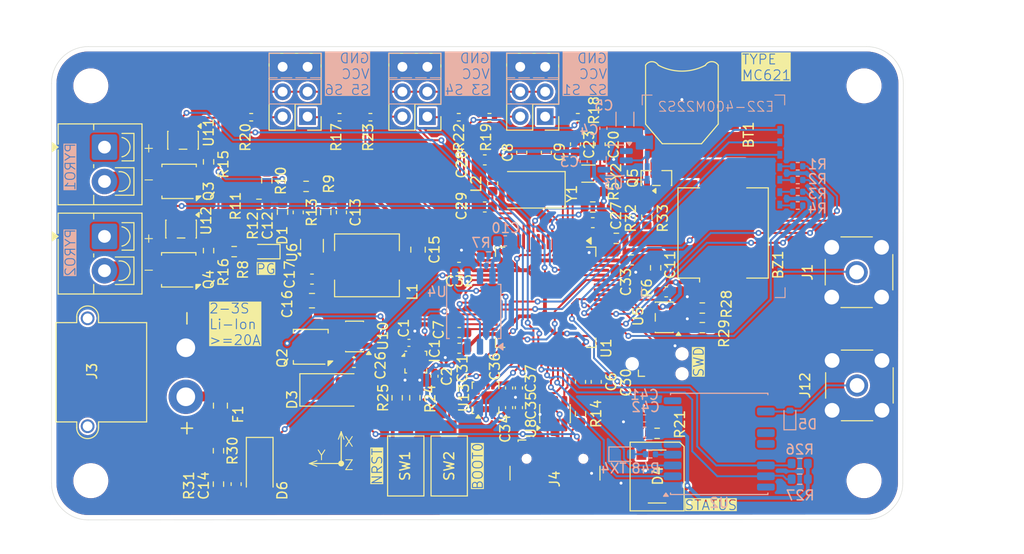
<source format=kicad_pcb>
(kicad_pcb (version 20241229) (generator "pcbnew") (generator_version "9.0")
  (layers (0 "F.Cu" signal) (2 "B.Cu" signal) (13 "F.Paste" user) (15 "B.Paste" user) (5 "F.SilkS" user "F.Silkscreen") (7 "B.SilkS" user "B.Silkscreen") (1 "F.Mask" user) (3 "B.Mask" user) (25 "Edge.Cuts" user))
  (net 0 "")
  (net 1 "+BATT")
  (net 2 "Net-(J6-Pin_2)")
  (net 3 "Net-(J5-Pin_2)")
  (net 4 "BMP_SCL")
  (net 5 "+3.3V")
  (net 6 "/LED")
  (net 7 "GND")
  (net 8 "BMP_SDA")
  (net 9 "/EEP_SDA")
  (net 10 "GPS_SCL")
  (net 11 "GPS_SDA")
  (net 12 "/EEP_SCL")
  (net 13 "+3.3VB")
  (net 14 "Net-(U12-OUT)")
  (net 15 "Net-(Q4-G)")
  (net 16 "Net-(U6-EN)")
  (net 17 "VCC")
  (net 18 "BAT_VSENCE")
  (net 19 "Net-(D1-A)")
  (net 20 "Net-(U11-OUT)")
  (net 21 "Net-(Q3-G)")
  (net 22 "Net-(C13-Pad1)")
  (net 23 "Net-(U6-BST)")
  (net 24 "Net-(R10-Pad2)")
  (net 25 "Net-(U6-FB)")
  (net 26 "Net-(U1-NRST)")
  (net 27 "Net-(U1-BOOT0)")
  (net 28 "Net-(U4-~{HOLD}{slash}~{RESET}{slash}IO_{3})")
  (net 29 "Net-(J4-CC1)")
  (net 30 "TIM5_CH1")
  (net 31 "Net-(J7-Pin_2)")
  (net 32 "Net-(TX4-A)")
  (net 33 "Net-(U2-TIMEPULSE)")
  (net 34 "Net-(E22-400M22S2-NSS)")
  (net 35 "LORA_CS")
  (net 36 "TIM5_CH4")
  (net 37 "Net-(J8-Pin_2)")
  (net 38 "TIM5_CH3")
  (net 39 "Net-(J8-Pin_1)")
  (net 40 "LORA_MISO")
  (net 41 "Net-(E22-400M22S2-MISO)")
  (net 42 "LORA_MOSI")
  (net 43 "Net-(E22-400M22S2-MOSI)")
  (net 44 "LORA_SCK")
  (net 45 "Net-(E22-400M22S2-SCK)")
  (net 46 "TIM4_CH4")
  (net 47 "Net-(J9-Pin_2)")
  (net 48 "Net-(J9-Pin_1)")
  (net 49 "TIM4_CH3")
  (net 50 "TIM5_CH2")
  (net 51 "Net-(J7-Pin_1)")
  (net 53 "Net-(Q2-G)")
  (net 54 "Net-(D1-K)")
  (net 55 "Net-(U6-SS)")
  (net 56 "Net-(U6-SW)")
  (net 57 "Net-(J4-D--PadA7)")
  (net 58 "Net-(J4-D+-PadA6)")
  (net 59 "VBUS")
  (net 60 "/EEP_WP")
  (net 62 "/SENSORS/RXEN")
  (net 63 "/SENSORS/TXEN")
  (net 64 "PYRO_2")
  (net 65 "PYRO_1")
  (net 66 "/FLASH_MOSI")
  (net 67 "/FLASH_WP")
  (net 68 "/FLASH_MISO")
  (net 69 "/FLASH_CS")
  (net 70 "/FLASH_SCK")
  (net 72 "BMP_INT")
  (net 73 "IMU_MOSI")
  (net 74 "LORA_DIO1")
  (net 75 "+3.3VA")
  (net 76 "/SYS_SWDIO")
  (net 77 "Net-(U1-VCAP_1)")
  (net 79 "/SYS_SWCLK")
  (net 80 "/SYS_SWO")
  (net 81 "IMU_INT1")
  (net 82 "Net-(U1-VCAP_2)")
  (net 83 "GPS_TX")
  (net 84 "LORA_NRST")
  (net 85 "/OSC32_IN")
  (net 86 "/OSC_IN")
  (net 87 "GPS_RX")
  (net 88 "/OSC_OUT")
  (net 89 "IMU_SCK")
  (net 90 "/OSC32_OUT")
  (net 91 "LORA_IO0")
  (net 92 "IMU_MISO")
  (net 94 "IMU_CS")
  (net 96 "Net-(J3-Pin_2)")
  (net 97 "Net-(D5-A2)")
  (net 100 "Net-(E22-400M22S2-ANT)")
  (net 112 "/BUZZ")
  (net 113 "Net-(Q5-B)")
  (net 114 "Net-(BZ1--)")
  (net 115 "/USB_DP")
  (net 116 "/USB_DN")
  (footprint "Resistor_SMD:R_0603_1608Metric" (layer "F.Cu") (at 134.83 99.005 90)
    (property "Reference" "R33")
    (property "Value" "1k")
  )
  (footprint "Resistor_SMD:R_0402_1005Metric" (layer "F.Cu") (at 118.8 88.8 180)
    (property "Reference" "R19")
    (property "Value" "100")
  )
  (footprint "Resistor_SMD:R_0402_1005Metric" (layer "F.Cu") (at 115.675 88.8 180)
    (property "Reference" "R22")
    (property "Value" "100")
  )
  (footprint "Package_TO_SOT_SMD:SOT-23" (layer "F.Cu") (at 135.8 95 90)
    (property "Reference" "Q5")
    (property "Value" "PMBT2222A")
  )
  (footprint "Capacitor_SMD:C_0603_1608Metric" (layer "F.Cu") (at 136.8 106.6)
    (property "Reference" "C11")
    (property "Value" "0.1uF")
  )
  (footprint "Button_Switch_SMD:SW_SPST_CK_RS282G05A3" (layer "F.Cu") (at 110.275 124.35 90)
    (property "Reference" "SW1")
    (property "Value" "NRST")
  )
  (footprint "Resistor_SMD:R_0603_1608Metric" (layer "F.Cu") (at 96.125 95.275 -90)
    (property "Reference" "R10")
    (property "Value" "40.2k")
  )
  (footprint "Resistor_SMD:R_0402_1005Metric" (layer "F.Cu") (at 106.675 88.8 180)
    (property "Reference" "R23")
    (property "Value" "100")
  )
  (footprint "Connector_AMASS:AMASS_XT30PW-M_1x02_P2.50mm_Horizontal" (layer "F.Cu") (at 87.875 112.3 90)
    (property "Reference" "J3")
    (property "Value" "XT30")
  )
  (footprint "Capacitor_SMD:C_0603_1608Metric" (layer "F.Cu") (at 128.075 115.775 -90)
    (property "Reference" "C6")
    (property "Value" "2.2uF")
  )
  (footprint "Capacitor_SMD:C_0603_1608Metric" (layer "F.Cu") (at 130.075 91.55 90)
    (property "Reference" "C20")
    (property "Value" "22pF")
  )
  (footprint "Package_SON:Diodes_PowerDI3333-8" (layer "F.Cu") (at 100.6 112.2 180)
    (property "Reference" "Q2")
    (property "Value" "DMP3013SFV")
  )
  (footprint "MountingHole:MountingHole_3.2mm_M3" (layer "F.Cu") (at 78.2 125.85)
    (property "Reference" "H1" (hide yes))
    (property "Value" "MountingHole")
  )
  (footprint "Connector_Coaxial:SMA_Molex_73251-2200_Horizontal" (layer "F.Cu") (at 156.2 104.6 -90)
    (property "Reference" "J1")
    (property "Value" "Conn_Coaxial")
  )
  (footprint "Resistor_SMD:R_0603_1608Metric" (layer "F.Cu") (at 90.1925 93.35 -90)
    (property "Reference" "R15")
    (property "Value" "22R")
  )
  (footprint "Inductor_SMD:L_0603_1608Metric" (layer "F.Cu") (at 119.125 95.55 -90)
    (property "Reference" "L2")
    (property "Value" "L")
  )
  (footprint "TerminalBlock_4Ucon:TerminalBlock_4Ucon_1x02_P3.50mm_Vertical" (layer "F.Cu") (at 79.5925 91.85 -90)
    (property "Reference" "J5" (hide yes))
    (property "Value" "Conn_01x02")
  )
  (footprint "Package_LGA:ST_HLGA-10_2x2mm_P0.5mm_LayoutBorder3x2y" (layer "F.Cu") (at 111.3 113.7625)
    (property "Reference" "IC1")
    (property "Value" "BMP388")
  )
  (footprint "Crystal:Crystal_SMD_3215-2Pin_3.2x1.5mm" (layer "F.Cu") (at 128.875 94.55)
    (property "Reference" "Y2")
    (property "Value" "32.768 kHz")
  )
  (footprint "Resistor_SMD:R_0603_1608Metric" (layer "F.Cu") (at 97.725 98.475 90)
    (property "Reference" "R12")
    (property "Value" "20k")
  )
  (footprint "Package_TO_SOT_SMD:SOT-23-6" (layer "F.Cu") (at 125.475 119.025 90)
    (property "Reference" "U8")
    (property "Value" "USBLC6-2SC6")
  )
  (footprint "Resistor_SMD:R_0402_1005Metric" (layer "F.Cu") (at 94.535 88.8 180)
    (property "Reference" "R20")
    (property "Value" "100")
  )
  (footprint "Connector_Coaxial:SMA_Molex_73251-2200_Horizontal" (layer "F.Cu") (at 156.24 116.14 -90)
    (property "Reference" "J12")
    (property "Value" "Conn_Coaxial")
  )
  (footprint "Package_SON:VSON-8_3.3x3.3mm_P0.65mm_NexFET" (layer "F.Cu") (at 87.1925 95.35 180)
    (property "Reference" "Q3")
    (property "Value" "CSD17577Q3A")
  )
  (footprint "Capacitor_SMD:C_0603_1608Metric" (layer "F.Cu") (at 115.725 112.35 180)
    (property "Reference" "C31")
    (property "Value" "0.1uF")
  )
  (footprint "Resistor_SMD:R_0402_1005Metric" (layer "F.Cu") (at 127.8 88.8 180)
    (property "Reference" "R18")
    (property "Value" "100")
  )
  (footprint "Resistor_SMD:R_0603_1608Metric" (layer "F.Cu") (at 140.475 110.25 180)
    (property "Reference" "R29")
    (property "Value" "R")
  )
  (footprint "Capacitor_SMD:C_0603_1608Metric" (layer "F.Cu") (at 129.325 99.55)
    (property "Reference" "C27")
    (property "Value" "0.1uF")
  )
  (footprint "Capacitor_SMD:C_0603_1608Metric" (layer "F.Cu") (at 105 113.8)
    (property "Reference" "C26")
    (property "Value" "0.1uF")
  )
  (footprint "Capacitor_SMD:C_0402_1005Metric" (layer "F.Cu") (at 121.8 116.4 -90)
    (property "Reference" "C37")
    (property "Value" "100nF")
  )
  (footprint "Capacitor_SMD:C_0603_1608Metric" (layer "F.Cu") (at 133.325 103.35)
    (property "Reference" "C33")
    (property "Value" "0.1uF")
  )
  (footprint "Capacitor_SMD:C_0603_1608Metric" (layer "F.Cu") (at 118.325 97.95 180)
    (property "Reference" "C29")
    (property "Value" "0.1uF")
  )
  (footprint "LED_SMD:LED_SK6812_PLCC4_5.0x5.0mm_P3.2mm" (layer "F.Cu") (at 135.875 125.425 -90)
    (property "Reference" "D4")
    (property "Value" "SK6812")
  )
  (footprint "Capacitor_SMD:C_0603_1608Metric" (layer "F.Cu") (at 118.325 93.15 180)
    (property "Reference" "C28")
    (property "Value" "0.1uF")
  )
  (footprint "Resistor_SMD:R_0603_1608Metric" (layer "F.Cu") (at 128.075 119.025 90)
    (property "Reference" "R14")
    (property "Value" "4.7k")
  )
  (footprint "Capacitor_SMD:C_0402_1005Metric" (layer "F.Cu") (at 120.8 118.4 -90)
    (property "Reference" "C34")
    (property "Value" "100nF")
  )
  (footprint "LED_SMD:LED_0603_1608Metric" (layer "F.Cu") (at 95.9875 102.5 180)
    (property "Reference" "D1")
    (property "Value" "LED")
  )
  (footprint "Resistor_SMD:R_0603_1608Metric" (layer "F.Cu") (at 91.2 122.8 -90)
    (property "Reference" "R30")
    (property "Value" "R")
  )
  (footprint "Package_TO_SOT_SMD:SOT-23-5" (layer "F.Cu") (at 136.6 109.2 180)
    (property "Reference" "U5")
    (property "Value" "24LC64")
  )
  (footprint "Buzzer_Beeper:Buzzer_CUI_CPT-9019S-SMT" (layer "F.Cu") (at 142.6 100.6 90)
    (property "Reference" "BZ1")
    (property "Value" "Buzzer")
  )
  (footprint "Resistor_SMD:R_0603_1608Metric" (layer "F.Cu") (at 111.2 117.4 90)
    (property "Reference" "R24")
    (property "Value" "R")
  )
  (footprint "Resistor_SMD:R_0603_1608Metric" (layer "F.Cu") (at 92.8 102.5)
    (property "Reference" "R8")
    (property "Value" "1k")
  )
  (footprint "Battery:BatteryHolder_Keystone_2998_1x6.8mm" (layer "F.Cu") (at 138.4 87)
    (property "Reference" "BT1")
    (property "Value" "MC621")
  )
  (footprint "Package_TO_SOT_SMD:SOT-583-8" (layer "F.Cu") (at 100.725 101.9 90)
    (property "Reference" "U6")
    (property "Value" "MP2331")
  )
  (footprint "Resistor_SMD:R_0603_1608Metric" (layer "F.Cu") (at 102.125 98.5 90)
    (property "Reference" "R13")
    (property "Value" "20R")
  )
  (footprint "Package_TO_SOT_SMD:TSOT-23-6" (layer "F.Cu") (at 105.0625 111.15 180)
    (property "Reference" "U10")
    (property "Value" "LTC4412")
  )
  (footprint "Capacitor_SMD:C_0603_1608Metric" (layer "F.Cu") (at 93 126.2 -90)
    (property "Reference" "C14")
    (property "Value" "0.1uF")
  )
  (footprint "Package_LGA:LGA-14_3x2.5mm_P0.5mm_LayoutBorder3x4y" (layer "F.Cu") (at 118.4 117.4 90)
    (property "Reference" "U13")
    (property "Value" "LSM6DSO")
    (property "VALUE" "LSM6DS0" (hide yes))
  )
  (footprint "Resistor_SMD:R_0603_1608Metric" (layer "F.Cu") (at 90.1925 102.4 -90)
    (property "Reference" "R16")
    (property "Value" "22R")
  )
  (footprint "Capacitor_SMD:C_0603_1608Metric" (layer "F.Cu") (at 99.325 98.5 90)
    (property "Reference" "C12")
    (property "Value" "6.8nF")
  )
  (footprint "Inductor_SMD:L_6.3x6.3_H3" (layer "F.Cu") (at 106.325 103.9)
    (property "Reference" "L1")
    (property "Value" "2.2uH")
  )
  (footprint "Capacitor_SMD:C_0603_1608Metric" (layer "F.Cu") (at 127.565 91.55 90)
    (property "Reference" "C23")
    (property "Value" "22pF")
  )
  (footprint "Resistor_SMD:R_0603_1608Metric" (layer "F.Cu") (at 135.725 104.15 -90)
    (property "Reference" "R6")
    (property "Value" "10k")
  )
  (footprint "TerminalBlock_4Ucon:TerminalBlock_4Ucon_1x02_P3.50mm_Vertical" (layer "F.Cu") (at 79.5925 100.95 -90)
    (property "Reference" "J6" (hide yes))
    (property "Value" "Conn_01x02")
  )
  (footprint "MountingHole:MountingHole_3.2mm_M3" (layer "F.Cu") (at 78.2 85.6)
    (property "Reference" "H2" (hide yes))
    (property "Value" "MountingHole")
  )
  (footprint "Resistor_SMD:R_0603_1608Metric" (layer "F.Cu") (at 91.2 126.2 -90)
    (property "Reference" "R31")
    (property "Value" "R")
  )
  (footprint "Connector_PinHeader_2.54mm:PinHeader_2x03_P2.54mm_Vertical" (layer "F.Cu") (at 100.275 88.74 180)
    (property "Reference" "J9" (hide yes))
    (property "Value" "SERVO_CONN_02")
  )
  (footprint "Package_QFP:LQFP-64_10x10mm_P0.5mm" (layer "F.Cu") (at 124.525 107.15 -90)
    (property "Reference" "U1")
    (property "Value" "STM32F405RGTx")
  )
  (footprint "Resistor_SMD:R_0603_1608Metric" (layer "F.Cu") (at 95.325 97.675 180)
    (property "Reference" "R11")
    (property "Value" "13k")
  )
  (footprint "Capacitor_SMD:C_0603_1608Metric" (layer "F.Cu") (at 122.09 92.4 90)
    (property "Reference" "C8")
    (property "Value" "22pF")
  )
  (footprint "Connector:Tag-Connect_TC2030-IDC-NL_2x03_P1.27mm_Vertical" (layer "F.Cu") (at 135.875 113.94)
    (property "Reference" "J2" (hide yes))
    (property "Value" "ARM_SWD_TC2030")
  )
  (footprint "Capacitor_SMD:C_0402_1005Metric" (layer "F.Cu") (at 121.8 118.4 -90)
    (property "Reference" "C35")
    (property "Value" "10uF")
  )
  (footprint "Package_TO_SOT_SMD:SOT-23-5" (layer "F.Cu") (at 87.3925 100.2 -90)
    (property "Reference" "U12")
    (property "Value" "UCC27517A")
  )
  (footprint "Capacitor_SMD:C_0603_1608Metric" (layer "F.Cu") (at 103.725 98.5 -90)
    (property "Reference" "C13")
    (property "Value" "1uF")
  )
  (footprint "Resistor_SMD:R_0603_1608Metric" (layer "F.Cu") (at 109.4 117.4 90)
    (property "Reference" "R25")
    (property "Value" "R")
  )
  (footprint "MountingHole:MountingHole_3.2mm_M3" (layer "F.Cu") (at 156.95 125.85)
    (property "Reference" "H4" (hide yes))
    (property "Value" "MountingHole")
  )
  (footprint "Connector_PinHeader_2.54mm:PinHeader_2x03_P2.54mm_Vertical" (layer "F.Cu") (at 112.475 88.74 180)
    (property "Reference" "J8" (hide yes))
    (property "Value" "SERVO_CONN_02")
  )
  (footprint "Package_TO_SOT_SMD:SOT-23-5" (layer "F.Cu") (at 87.5925 91.15 -90)
    (property "Reference" "U11")
    (property "Value" "UCC27517A")
  )
  (footprint "Diode_SMD:D_SMA" (layer "F.Cu") (at 103 116.6)
    (property "Reference" "D3")
    (property "Value" "SS24")
  )
  (footprint "Diode_SMD:D_SOD-128" (layer "F.Cu") (at 95.4 124.6 -90)
    (property "Reference" "D6")
    (property "Value" "3.6V")
  )
  (footprint "Resistor_SMD:R_0603_1608Metric" (layer "F.Cu") (at 131.725 101.15)
    (property "Reference" "R32")
    (property "Value" "0R")
  )
  (footprint "Connector_PinHeader_2.54mm:PinHeader_2x03_P2.54mm_Vertical" (layer "F.Cu") (at 124.475 88.74 180)
    (property "Reference" "J7" (hide yes))
    (property "Value" "SERVO_CONN_01")
  )
  (footprint "Capacitor_SMD:C_0603_1608Metric" (layer "F.Cu") (at 115.7 104.1 180)
    (property "Reference" "C32")
    (property "Value" "0.1uF")
  )
  (footprint "Capacitor_SMD:C_0603_1608Metric" (layer "F.Cu") (at 115.725 110.75 180)
    (property "Reference" "C7")
    (property "Value" "2.2uF")
  )
  (footprint "Resistor_SMD:R_0603_1608Metric" (layer "F.Cu") (at 140.475 108.25 180)
    (property "Reference" "R28")
    (property "Value" "R")
  )
  (footprint "Capacitor_SMD:C_0805_2012Metric" (layer "F.Cu") (at 100.725 107.5)
    (property "Reference" "C16")
    (property "Value" "22uF")
  )
  (footprint "Package_SON:VSON-8_3.3x3.3mm_P0.65mm_NexFET" (layer "F.Cu") (at 87.1525 104.37 180)
    (property "Reference" "Q4")
    (property "Value" "CSD17577Q3A")
  )
  (footprint "Capacitor_SMD:C_0402_1005Metric" (layer "F.Cu") (at 113.2 115.2 90)
    (property "Reference" "C2")
    (property "Value" "100nF")
  )
  (footprint "Resistor_SMD:R_0603_1608Metric" (layer "F.Cu") (at 100.125 95.85)
    (property "Reference" "R9")
    (property "Value" "604k")
  )
  (footprint "Capacitor_SMD:C_0402_1005Metric" (layer "F.Cu") (at 120.8 116.4 90)
    (property "Reference" "C36")
    (property "Value" "10uF")
  )
  (footprint "Connector_USB:USB_C_Receptacle_GCT_USB4110" (layer "F.Cu") (at 125.475 126.225)
    (property "Reference" "J4")
    (property "Value" "USB_C_Receptacle_USB2.0_16P")
  )
  (footprint "Resistor_SMD:R_0603_1608Metric" (layer "F.Cu") (at 129.325 97.95)
    (property "Reference" "R5")
    (property "Value" "10k")
  )
  (footprint "Crystal:Crystal_SMD_5032-2Pin_5.0x3.2mm" (layer "F.Cu") (at 123.4 96.2 180)
    (property "Reference" "Y1")
    (property "Value" "8mHz")
  )
  (footprint "Capacitor_SMD:C_0603_1608Metric" (layer "F.Cu") (at 129.675 115.775 -90)
    (property "Reference" "C30")
    (property "Value" "0.1uF")
  )
  (footprint "Capacitor_SMD:C_0603_1608Metric" (layer "F.Cu") (at 100.725 105.3)
    (property "Reference" "C17")
    (property "Value" "100nF")
  )
  (footprint "Capacitor_SMD:C_0402_1005Metric" (layer "F.Cu") (at 110.6 111.8 180)
    (property "Reference" "C1")
    (property "Value" "100nF")
  )
  (footprint "MountingHole:MountingHole_3.2mm_M3" (layer "F.Cu") (at 156.95 85.6)
    (property "Reference" "H3" (hide yes))
    (property "Value" "MountingHole")
  )
  (footprint "Capacitor_SMD:C_0805_2012Metric" (layer "F.Cu") (at 111.525 102.3 90)
    (property "Reference" "C15")
    (property "Value" "44uF")
  )
  (footprint "Fuse:Fuse_0805_2012Metric" (layer "F.Cu") (at 91.4 118.2 -90)
    (property "Reference" "F1")
    (property "Value" "Fuse")
  )
  (footprint "Capacitor_SMD:C_0603_1608Metric" (layer "F.Cu") (at 124.6 92.4 90)
    (property "Reference" "C9")
    (property "Value" "22pF")
  )
  (footprint "Resistor_SMD:R_0603_1608Metric" (layer "F.Cu") (at 135.875 121.025)
    (property "Reference" "R21")
    (property "Value" "10k")
  )
  (footprint "Button_Switch_SMD:SW_SPST_CK_RS282G05A3" (layer "F.Cu") (at 114.7 124.35 90)
    (property "Reference" "SW2")
    (property "Value" "BOOT0")
  )
  (footprint "Resistor_SMD:R_0402_1005Metric" (layer "F.Cu") (at 103.535 88.8 180)
    (property "Reference" "R17")
    (property "Value" "100")
  )
  (footprint "Package_SO:SOIC-8_5.3x5.3mm_P1.27mm" (layer "B.Cu") (at 117.2 108.6 90)
    (property "Reference" "U4")
    (property "Value" "W25Q32JVSS")
  )
  (footprint "Resistor_SMD:R_0402_1005Metric" (layer "B.Cu") (at 150.2 97.8 180)
    (property "Reference" "R4")
    (property "Value" "100Ω")
  )
  (footprint "E22-400M22S:E22-400M22S" (layer "B.Cu") (at 142.36675 83.820095 180)
    (property "Reference" "E22-400M22S2")
    (property "Value" "~")
  )
  (footprint "Capacitor_SMD:C_0402_1005Metric" (layer "B.Cu") (at 128.4 93.32 90)
    (property "Reference" "C3")
    (property "Value" "100nF")
  )
  (footprint "Resistor_SMD:R_0603_1608Metric" (layer "B.Cu") (at 150.4 124.1 180)
    (property "Reference" "R26")
    (property "Value" "R")
  )
  (footprint "Resistor_SMD:R_0402_1005Metric" (layer "B.Cu") (at 150.2 93.8 180)
    (property "Reference" "R1")
    (property "Value" "100Ω")
  )
  (footprint "Capacitor_SMD:C_1206_3216Metric" (layer "B.Cu") (at 132.6 89 -90)
    (property "Reference" "C5")
    (property "Value" "47 µF")
  )
  (footprint "RF_GPS:ublox_MAX" (layer "B.Cu") (at 142.2 122.1)
    (property "Reference" "U2")
    (property "Value" "MAX-M10S")
  )
  (footprint "Capacitor_SMD:C_0603_1608Metric" (layer "B.Cu") (at 134.6 120.9 180)
    (property "Reference" "C42")
    (property "Value" "10uF")
  )
  (footprint "Package_TO_SOT_SMD:SOT-23-5" (layer "B.Cu") (at 131.6 93.2 180)
    (property "Reference" "U3")
    (property "Value" "74LVC1GU04")
  )
  (footprint "Diode_SMD:D_SOD-523" (layer "B.Cu") (at 149.4 119.4 90)
    (property "Reference" "D5")
    (property "Value" "D_TVS")
  )
  (footprint "Resistor_SMD:R_0402_1005Metric" (layer "B.Cu") (at 135.2 123.15)
    (property "Reference" "R48")
    (property "Value" "220Ω")
  )
  (footprint "Resistor_SMD:R_0603_1608Metric" (layer "B.Cu") (at 118.725 103.05)
    (property "Reference" "R7")
    (property "Value" "10k")
  )
  (footprint "Resistor_SMD:R_0402_1005Metric" (layer "B.Cu") (at 150.2 95.2 180)
    (property "Reference" "R2")
    (property "Value" "100Ω")
  )
  (footprint "Capacitor_SMD:C_0603_1608Metric" (layer "B.Cu") (at 120.4 101.4)
    (property "Reference" "C10")
    (property "Value" "0.1uF")
  )
  (footprint "Resistor_SMD:R_0402_1005Metric" (layer "B.Cu") (at 150.2 96.4 180)
    (property "Reference" "R3")
    (property "Value" "100Ω")
  )
  (footprint "Capacitor_SMD:C_0402_1005Metric" (layer "B.Cu") (at 134.6 119.5 180)
    (property "Reference" "C41")
    (property "Value" "100nF")
  )
  (footprint "Capacitor_SMD:C_0402_1005Metric" (layer "B.Cu") (at 130.4 89.92 -90)
    (property "Reference" "C4")
    (property "Value" "10µF")
  )
  (footprint "LED_SMD:LED_0603_1608Metric" (layer "B.Cu") (at 132.45 123.15)
    (property "Reference" "TX4")
    (property "Value" "XL-1608UBC-04")
  )
  (footprint "Resistor_SMD:R_0603_1608Metric" (layer "B.Cu") (at 150.4 125.7 180)
    (property "Reference" "R27")
    (property "Value" "R")
  )
  (gr_line (start 103.7 124.1) (end 100.45 124.1) (stroke (width 0.1)) (layer "F.SilkS"))
  (gr_line (start 103.7 124.1) (end 103.7 120.85) (stroke (width 0.1)) (layer "F.SilkS"))
  (gr_line (start 100.45 124.1) (end 103.7 124.1) (stroke (width 0.1)) (layer "F.SilkS"))
  (gr_line (start 103.7 120.85) (end 103.7 124.1) (stroke (width 0.1)) (layer "F.SilkS"))
  (gr_circle (center 103.7 124.1) (end 103.45 124.1) (stroke (width 0.1)) (fill yes) (layer "F.SilkS"))
  (gr_rect (start 108.55 82.275) (end 113.875 84.775) (stroke (width 0.1) (type dash)) (fill no) (layer "B.SilkS"))
  (gr_rect (start 120.55 84.95) (end 125.875 87.45) (stroke (width 0.1)) (fill no) (layer "B.SilkS"))
  (gr_rect (start 108.55 84.95) (end 113.875 87.45) (stroke (width 0.1)) (fill no) (layer "B.SilkS"))
  (gr_rect (start 120.55 82.275) (end 125.875 84.775) (stroke (width 0.1) (type dash)) (fill no) (layer "B.SilkS"))
  (gr_rect (start 96.35 82.275) (end 101.675 84.775) (stroke (width 0.1) (type dash)) (fill no) (layer "B.SilkS"))
  (gr_rect (start 96.35 84.95) (end 101.675 87.45) (stroke (width 0.1)) (fill no) (layer "B.SilkS"))
  (gr_line (start 77.95 129.85) (end 157.2 129.8) (stroke (width 0.05)) (layer "Edge.Cuts"))
  (gr_line (start 77.95 81.6) (end 157.2 81.6) (stroke (width 0.05)) (layer "Edge.Cuts"))
  (gr_arc (start 157.2 81.6) (mid 159.85165 82.69835) (end 160.95 85.35) (stroke (width 0.05)) (layer "Edge.Cuts"))
  (gr_arc (start 74.2 85.35) (mid 75.29835 82.69835) (end 77.95 81.6) (stroke (width 0.05)) (layer "Edge.Cuts"))
  (gr_line (start 160.95 85.35) (end 160.9 126.1) (stroke (width 0.05)) (layer "Edge.Cuts"))
  (gr_line (start 74.2 85.35) (end 74.2 126.1) (stroke (width 0.05)) (layer "Edge.Cuts"))
  (gr_arc (start 160.9 126.1) (mid 159.816295 128.716295) (end 157.2 129.8) (stroke (width 0.05)) (layer "Edge.Cuts"))
  (gr_arc (start 77.95 129.85) (mid 75.29835 128.75165) (end 74.2 126.1) (stroke (width 0.05)) (layer "Edge.Cuts"))
  (gr_text "+\n\n-" (at 83.4125 104.9 0) (layer "F.SilkS") (effects (font (size 1 1) (thickness 0.1)) (justify left bottom)))
  (gr_text "<" (at 103.19 120.56 270) (layer "F.SilkS") (effects (font (size 1 1) (thickness 0.1)) (justify left bottom)))
  (gr_text "TYPE\nMC621" (at 144.45 85.1 0) (layer "F.SilkS" knockout) (effects (font (size 1 1) (thickness 0.1)) (justify left bottom)))
  (gr_text "X" (at 103.95 122.475 0) (layer "F.SilkS") (effects (font (size 1 1) (thickness 0.1)) (justify left bottom)))
  (gr_text "PG" (at 94.95 104.85 0) (layer "F.SilkS" knockout) (effects (font (size 1 1) (thickness 0.1)) (justify left bottom)))
  (gr_text "Y" (at 101.2 123.85 0) (layer "F.SilkS") (effects (font (size 1 1) (thickness 0.1)) (justify left bottom)))
  (gr_text "BOOT0" (at 118.2 126.85 90) (layer "F.SilkS" knockout) (effects (font (size 1 1) (thickness 0.1)) (justify left bottom)))
  (gr_text "SWD" (at 140.7 115.35 90) (layer "F.SilkS" knockout) (effects (font (size 1 1) (thickness 0.1)) (justify left bottom)))
  (gr_text "Z" (at 103.95 124.85 0) (layer "F.SilkS") (effects (font (size 1 1) (thickness 0.1)) (justify left bottom)))
  (gr_text "<" (at 100.16 124.61 0) (layer "F.SilkS") (effects (font (size 1 1) (thickness 0.1)) (justify left bottom)))
  (gr_text "NRST" (at 107.95 126.35 90) (layer "F.SilkS" knockout) (effects (font (size 1 1) (thickness 0.1)) (justify left bottom)))
  (gr_text "+\n\n-" (at 83.4125 95.7 0) (layer "F.SilkS") (effects (font (size 1 1) (thickness 0.1)) (justify left bottom)))
  (gr_text "STATUS" (at 138.625 128.925 0) (layer "F.SilkS" knockout) (effects (font (size 1 1) (thickness 0.1)) (justify left bottom)))
  (gr_text "2-3S\nLi-Ion\n>=20A" (at 90.2 112.1 0) (layer "F.SilkS" knockout) (effects (font (size 1 1) (thickness 0.1)) (justify left bottom)))
  (gr_text "GND\nVCC\nS2 S1" (at 130.85 86.6 0) (layer "B.SilkS" knockout) (effects (font (size 1 1) (thickness 0.1)) (justify left bottom mirror)))
  (gr_text "PYRO1" (at 76.7 91.35 90) (layer "B.SilkS" knockout) (effects (font (size 1 1) (thickness 0.1)) (justify left bottom mirror)))
  (gr_text "GND\nVCC\nS3 S4" (at 118.9 86.6 0) (layer "B.SilkS" knockout) (effects (font (size 1 1) (thickness 0.1)) (justify left bottom mirror)))
  (gr_text "PYRO2" (at 76.7 100.1 90) (layer "B.SilkS" knockout) (effects (font (size 1 1) (thickness 0.1)) (justify left bottom mirror)))
  (gr_text "GND\nVCC\nS5 S6" (at 106.65 86.6 0) (layer "B.SilkS" knockout) (effects (font (size 1 1) (thickness 0.1)) (justify left bottom mirror)))
  (segment (start 91.4 121.775) (end 91.2 121.975) (width 0.2) (layer "F.Cu") (net 1))
  (segment (start 106.2 112.1) (end 107.45 112.1) (width 0.2) (layer "F.Cu") (net 1))
  (segment (start 107.95 109.35) (end 107.7 109.1) (width 0.2) (layer "F.Cu") (net 1))
  (segment (start 107.95 111.6) (end 107.95 109.35) (width 0.2) (layer "F.Cu") (net 1))
  (segment (start 91.4 119.1375) (end 91.4 121.775) (width 0.2) (layer "F.Cu") (net 1))
  (segment (start 107.45 112.1) (end 107.95 111.6) (width 0.2) (layer "F.Cu") (net 1))
  (via (at 107.7 109.1) (size 0.6) (drill 0.3) (layers "F.Cu" "B.Cu") (net 1))
  (via (at 98.2 111.85) (size 0.6) (drill 0.3) (layers "F.Cu" "B.Cu") (net 1))
  (segment (start 100.95 109.1) (end 98.2 111.85) (width 0.2) (layer "B.Cu") (net 1))
  (segment (start 107.7 109.1) (end 100.95 109.1) (width 0.2) (layer "B.Cu") (net 1))
  (segment (start 79.585 104.5) (end 86.8 104.5) (width 2) (layer "F.Cu") (net 2))
  (segment (start 79.5925 95.35) (end 86.8075 95.35) (width 2) (layer "F.Cu") (net 3))
  (segment (start 109.4 115.15) (end 109.4 116.575) (width 0.2) (layer "F.Cu") (net 4))
  (segment (start 109.4 111.15) (end 111.15 109.4) (width 0.2) (layer "F.Cu") (net 4))
  (segment (start 109.7875 114.0125) (end 109.4 114.4) (width 0.2) (layer "F.Cu") (net 4))
  (segment (start 109.4 114.4) (end 109.4 115.15) (width 0.2) (layer "F.Cu") (net 4))
  (segment (start 109.4 115.15) (end 109.4 111.15) (width 0.2) (layer "F.Cu") (net 4))
  (segment (start 111.15 109.4) (end 118.85 109.4) (width 0.2) (layer "F.Cu") (net 4))
  (segment (start 110.5375 114.0125) (end 109.7875 114.0125) (width 0.2) (layer "F.Cu") (net 4))
  (segment (start 120.8 118.88) (end 120.369265 118.88) (width 0.381) (layer "F.Cu") (net 5))
  (segment (start 121.8 118.88) (end 122.17 118.88) (width 0.381) (layer "F.Cu") (net 5))
  (segment (start 138.95 126.548) (end 138.674 126.824) (width 0.381) (layer "F.Cu") (net 5))
  (segment (start 138.674 126.824) (end 135.326 126.824) (width 0.381) (layer "F.Cu") (net 5))
  (segment (start 121.825 109.1) (end 123.95 109.1) (width 0.381) (layer "F.Cu") (net 5))
  (segment (start 129.675 114.475) (end 129.675 115) (width 0.381) (layer "F.Cu") (net 5))
  (segment (start 120.8 115.92) (end 119.4675 115.92) (width 0.381) (layer "F.Cu") (net 5))
  (segment (start 110.9125 113.5125) (end 110.5375 113.5125) (width 0.381) (layer "F.Cu") (net 5))
  (segment (start 116 103.25) (end 116.9 104.15) (width 0.381) (layer "F.Cu") (net 5))
  (segment (start 110.8 113) (end 110.8 113.4) (width 0.381) (layer "F.Cu") (net 5))
  (segment (start 138.675 105.625) (end 139.7 104.6) (width 0.381) (layer "F.Cu") (net 5))
  (segment (start 137.773527 105.625) (end 137 105.625) (width 0.381) (layer "F.Cu") (net 5))
  (segment (start 136.95 105.675) (end 136.95 103.1) (width 0.381) (layer "F.Cu") (net 5))
  (segment (start 111.4125 114.0125) (end 110.9125 113.5125) (width 0.381) (layer "F.Cu") (net 5))
  (segment (start 118.85 104.4) (end 117.15 104.4) (width 0.381) (layer "F.Cu") (net 5))
  (segment (start 130.2 103.4) (end 132.5 103.4) (width 0.381) (layer "F.Cu") (net 5))
  (segment (start 132.55 102.75) (end 132.55 103.35) (width 0.381) (layer "F.Cu") (net 5))
  (segment (start 119.4675 115.92) (end 119.15 116.2375) (width 0.381) (layer "F.Cu") (net 5))
  (segment (start 113.005 114.525) (end 113.2 114.72) (width 0.381) (layer "F.Cu") (net 5))
  (segment (start 120.025 110.9) (end 121.825 109.1) (width 0.381) (layer "F.Cu") (net 5))
  (segment (start 122.65 104.4) (end 121.925 104.4) (width 0.381) (layer "F.Cu") (net 5))
  (segment (start 113.125 114.1) (end 112.7 114.525) (width 0.381) (layer "F.Cu") (net 5))
  (segment (start 117.95 110.9) (end 116.5 112.35) (width 0.381) (layer "F.Cu") (net 5))
  (segment (start 137.773527 105.625) (end 138.45 105.625) (width 0.381) (layer "F.Cu") (net 5))
  (segment (start 122.45 118.6) (end 122.45 116.57) (width 0.381) (layer "F.Cu") (net 5))
  (segment (start 96.125 94.45) (end 104.55 94.45) (width 0.381) (layer "F.Cu") (net 5))
  (segment (start 113.35 114.1) (end 113.125 114.1) (width 0.381) (layer "F.Cu") (net 5))
  (segment (start 128.275 112.825) (end 128.275 112.075735) (width 0.381) (layer "F.Cu") (net 5))
  (segment (start 136.3 108.25) (end 136.45 108.1) (width 0.381) (layer "F.Cu") (net 5))
  (segment (start 111.8 114.525) (end 111.8 114.260652) (width 0.381) (layer "F.Cu") (net 5))
  (segment (start 109.075 98.975) (end 109.075 103.9) (width 0.381) (layer "F.Cu") (net 5))
  (segment (start 122.45 116.57) (end 121.8 115.92) (width 0.381) (layer "F.Cu") (net 5))
  (segment (start 119.2 129.1) (end 133.2 129.1) (width 0.381) (layer "F.Cu") (net 5))
  (segment (start 135.4625 108.25) (end 136.3 108.25) (width 0.381) (layer "F.Cu") (net 5))
  (segment (start 133.2 129.1) (end 134.275 128.025) (width 0.381) (layer "F.Cu") (net 5))
  (segment (start 134.18 115) (end 129.675 115) (width 0.381) (layer "F.Cu") (net 5))
  (segment (start 110.875 103.9) (end 111.525 103.25) (width 0.381) (layer "F.Cu") (net 5))
  (segment (start 117.15 104.4) (end 116.9 104.15) (width 0.381) (layer "F.Cu") (net 5))
  (segment (start 130.2 103.4) (end 123.65 103.4) (width 0.381) (layer "F.Cu") (net 5))
  (segment (start 124.45 108.6) (end 124.45 109.85) (width 0.381) (layer "F.Cu") (net 5))
  (segment (start 122.374 118.676) (end 122.45 118.6) (width 0.381) (layer "F.Cu") (net 5))
  (segment (start 114.7 128.25) (end 114.7 127.35) (width 0.381) (layer "F.Cu") (net 5))
  (segment (start 109.075 103.9) (end 110.875 103.9) (width 0.381) (layer "F.Cu") (net 5))
  (segment (start 138.95 126.35) (end 138.95 126.548) (width 0.381) (layer "F.Cu") (net 5))
  (segment (start 111.2 118.225) (end 109.4 118.225) (width 0.381) (layer "F.Cu") (net 5))
  (segment (start 118.85 110.9) (end 117.95 110.9) (width 0.381) (layer "F.Cu") (net 5))
  (segment (start 125.45 110.85) (end 126.7 110.85) (width 0.381) (layer "F.Cu") (net 5))
  (segment (start 116.5 112.55) (end 114.95 114.1) (width 0.381) (layer "F.Cu") (net 5))
  (segment (start 132.55 101.15) (end 132.55 100.35) (width 0.381) (layer "F.Cu") (net 5))
  (segment (start 132.55 101.15) (end 132.55 103.35) (width 0.381) (layer "F.Cu") (net 5))
  (segment (start 121.8 115.92) (end 120.8 115.92) (width 0.381) (layer "F.Cu") (net 5))
  (segment (start 134.275 128.025) (end 134.275 127.875) (width 0.381) (layer "F.Cu") (net 5))
  (segment (start 130.15 97.65) (end 130.45 97.35) (width 0.381) (layer "F.Cu") (net 5))
  (segment (start 136.025 106.6) (end 136.95 105.675) (width 0.381) (layer "F.Cu") (net 5))
  (segment (start 119.1 93.15) (end 119.4 93.15) (width 0.381) (layer "F.Cu") (net 5))
  (segment (start 132.5 103.4) (end 132.55 103.35) (width 0.381) (layer "F.Cu") (net 5))
  (segment (start 121.925 104.4) (end 119.625 102.1) (width 0.381) (layer "F.Cu") (net 5))
  (segment (start 110.12 112.52) (end 110.12 111.8) (width 0.381) (layer "F.Cu") (net 5))
  (segment (start 129.4 114.2) (end 129.675 114.475) (width 0.381) (layer "F.Cu") (net 5))
  (segment (start 124.45 109.85) (end 125.45 110.85) (width 0.381) (layer "F.Cu") (net 5))
  (segment (start 124.45 108.6) (end 124.45 106.2) (width 0.381) (layer "F.Cu") (net 5))
  (segment (start 114.7 128.25) (end 118.35 128.25) (width 0.381) (layer "F.Cu") (net 5))
  (segment (start 110.8 113.4) (end 110.9125 113.5125) (width 0.381) (layer "F.Cu") (net 5))
  (segment (start 138.675 105.625) (end 141.3 108.25) (width 0.381) (layer "F.Cu") (net 5))
  (segment (start 108.95 118.675) (end 109.4 118.225) (width 0.381) (layer "F.Cu") (net 5))
  (segment (start 118.35 128.25) (end 119.2 129.1) (width 0.381) (layer "F.Cu") (net 5))
  (segment (start 119.125 94.7625) (end 119.125 93.175) (width 0.381) (layer "F.Cu") (net 5))
  (segment (start 132.55 100.35) (end 130.15 97.95) (width 0.381) (layer "F.Cu") (net 5))
  (segment (start 119.3125 117.9) (end 119.82 117.9) (width 0.381) (layer "F.Cu") (net 5))
  (segment (start 139.7 104.6) (end 142.6 104.6) (width 0.381) (layer "F.Cu") (net 5))
  (segment (start 122.17 118.88) (end 122.374 118.676) (width 0.381) (layer "F.Cu") (net 5))
  (segment (start 112.0625 114.0125) (end 111.4125 114.0125) (width 0.381) (layer "F.Cu") (net 5))
  (segment (start 132.95 102.35) (end 132.55 102.75) (width 0.381) (layer "F.Cu") (net 5))
  (segment (start 138.45 105.625) (end 138.675 105.625) (width 0.381) (layer "F.Cu") (net 5))
  (segment (start 136.2 102.35) (end 132.95 102.35) (width 0.381) (layer "F.Cu") (net 5))
  (segment (start 135.326 126.824) (end 134.275 127.875) (width 0.381) (layer "F.Cu") (net 5))
  (segment (start 104.55 94.45) (end 109.075 98.975) (width 0.381) (layer "F.Cu") (net 5))
  (segment (start 116.5 112.35) (end 116.5 112.55) (width 0.381) (layer "F.Cu") (net 5))
  (segment (start 137 105.625) (end 136.95 105.675) (width 0.381) (layer "F.Cu") (net 5))
  (segment (start 111.8 114.260652) (end 111.551848 114.0125) (width 0.381) (layer "F.Cu") (net 5))
  (segment (start 128.275 112.075735) (end 128.650735 111.7) (width 0.381) (layer "F.Cu") (net 5))
  (segment (start 123.95 109.1) (end 124.45 108.6) (width 0.381) (layer "F.Cu") (net 5))
  (segment (start 112.7 114.525) (end 113.005 114.525) (width 0.381) (layer "F.Cu") (net 5))
  (segment (start 128.275 112.825) (end 128.275 113.675) (width 0.381) (layer "F.Cu") (net 5))
  (segment (start 122.65 104.4) (end 118.85 104.4) (width 0.381) (layer "F.Cu") (net 5))
  (segment (start 114.7 127.35) (end 108.95 121.6) (width 0.381) (layer "F.Cu") (net 5))
  (segment (start 111.575 118.225) (end 112.45 117.35) (width 0.381) (layer "F.Cu") (net 5))
  (segment (start 110.6 113) (end 110.12 112.52) (width 0.381) (layer "F.Cu") (net 5))
  (segment (start 118.85 110.9) (end 120.025 110.9) (width 0.381) (layer "F.Cu") (net 5))
  (segment (start 119.4 93.15) (end 120.2 92.35) (width 0.381) (layer "F.Cu") (net 5))
  (segment (start 136.95 103.1) (end 136.2 102.35) (width 0.381) (layer "F.Cu") (net 5))
  (segment (start 134.605 114.575) (end 134.18 115) (width 0.381) (layer "F.Cu") (net 5))
  (segment (start 120.8 118.88) (end 121.8 118.88) (width 0.381) (layer "F.Cu") (net 5))
  (segment (start 123.65 103.4) (end 122.65 104.4) (width 0.381) (layer "F.Cu") (net 5))
  (segment (start 120.369265 118.88) (end 119.999265 119.25) (width 0.381) (layer "F.Cu") (net 5))
  (segment (start 141.3 110.25) (end 141.3 108.25) (width 0.381) (layer "F.Cu") (net 5))
  (segment (start 111.8 114.525) (end 112.7 114.525) (width 0.381) (layer "F.Cu") (net 5))
  (segment (start 110.8 113) (end 110.6 113) (width 0.381) (layer "F.Cu") (net 5))
  (segment (start 108.95 121.6) (end 108.95 118.675) (width 0.381) (layer "F.Cu") (net 5))
  (segment (start 111.525 103.25) (end 116 103.25) (width 0.381) (layer "F.Cu") (net 5))
  (segment (start 130.15 97.95) (end 130.15 97.65) (width 0.381) (layer "F.Cu") (net 5))
  (segment (start 119.125 93.175) (end 119.1 93.15) (width 0.381) (layer "F.Cu") (net 5))
  (segment (start 128.275 113.675) (end 128.8 114.2) (width 0.381) (layer "F.Cu") (net 5))
  (segment (start 119.82 117.9) (end 120.8 118.88) (width 0.381) (layer "F.Cu") (net 5))
  (segment (start 111.551848 114.0125) (end 111.4125 114.0125) (width 0.381) (layer "F.Cu") (net 5))
  (segment (start 128.8 114.2) (end 129.4 114.2) (width 0.381) (layer "F.Cu") (net 5))
  (segment (start 111.2 118.225) (end 111.575 118.225) (width 0.381) (layer "F.Cu") (net 5))
  (segment (start 124.45 106.2) (end 122.65 104.4) (width 0.381) (layer "F.Cu") (net 5))
  (via (at 137.773527 105.625) (size 0.6) (drill 0.3) (layers "F.Cu" "B.Cu") (net 5))
  (via (at 112.45 117.35) (size 0.6) (drill 0.3) (layers "F.Cu" "B.Cu") (net 5))
  (via (at 113.35 114.1) (size 0.6) (drill 0.3) (layers "F.Cu" "B.Cu") (net 5))
  (via (at 136.45 108.1) (size 0.6) (drill 0.3) (layers "F.Cu" "B.Cu") (net 5))
  (via (at 128.650735 111.7) (size 0.6) (drill 0.3) (layers "F.Cu" "B.Cu") (net 5))
  (via (at 126.7 110.85) (size 0.6) (drill 0.3) (layers "F.Cu" "B.Cu") (net 5))
  (via (at 119.625 102.1) (size 0.6) (drill 0.3) (layers "F.Cu" "B.Cu") (net 5))
  (via (at 120.2 92.35) (size 0.6) (drill 0.3) (layers "F.Cu" "B.Cu") (net 5))
  (via (at 114.95 114.1) (size 0.6) (drill 0.3) (layers "F.Cu" "B.Cu") (net 5))
  (via (at 138.95 126.35) (size 0.6) (drill 0.3) (layers "F.Cu" "B.Cu") (net 5))
  (via (at 130.45 97.35) (size 0.6) (drill 0.3) (layers "F.Cu" "B.Cu") (net 5))
  (via (at 119.999265 119.25) (size 0.6) (drill 0.3) (layers "F.Cu" "B.Cu") (net 5))
  (segment (start 129.45 94.85) (end 129.45 93.2625) (width 0.381) (layer "B.Cu") (net 5))
  (segment (start 120.2 92.35) (end 120.3 92.25) (width 0.381) (layer "B.Cu") (net 5))
  (segment (start 138.95 121.4) (end 138.55 121) (width 0.381) (layer "B.Cu") (net 5))
  (segment (start 129.45 93.2625) (end 130.4625 92.25) (width 0.381) (layer "B.Cu") (net 5))
  (segment (start 138.2 106.051473) (end 137.773527 105.625) (width 0.381) (layer "B.Cu") (net 5))
  (segment (start 151.225 125.7) (end 151.225 126.825) (width 0.381) (layer "B.Cu") (net 5))
  (segment (start 130.45 97.35) (end 130.45 95.85) (width 0.381) (layer "B.Cu") (net 5))
  (segment (start 151.225 126.825) (end 150.45 127.6) (width 0.381) (layer "B.Cu") (net 5))
  (segment (start 126.7 110.85) (end 127.800735 110.85) (width 0.381) (layer "B.Cu") (net 5))
  (segment (start 112.45 117.35) (end 112.45 114.85) (width 0.381) (layer "B.Cu") (net 5))
  (segment (start 138.55 121) (end 137.45 121) (width 0.381) (layer "B.Cu") (net 5))
  (segment (start 130.45 95.85) (end 129.45 94.85) (width 0.381) (layer "B.Cu") (net 5))
  (segment (start 115.45 120.35) (end 112.45 117.35) (width 0.381) (layer "B.Cu") (net 5))
  (segment (start 119.999265 119.25) (end 118.899265 120.35) (width 0.381) (layer "B.Cu") (net 5))
  (segment (start 136.95 108.1) (end 138.2 106.85) (width 0.381) (layer "B.Cu") (net 5))
  (segment (start 119.625 101.4) (end 119.625 102.1) (width 0.381) (layer "B.Cu") (net 5))
  (segment (start 114.95 114.1) (end 113.35 114.1) (width 0.381) (layer "B.Cu") (net 5))
  (segment (start 113.2 114.1) (end 113.35 114.1) (width 0.381) (layer "B.Cu") (net 5))
  (segment (start 119.625 102.975) (end 119.55 103.05) (width 0.381) (layer "B.Cu") (net 5))
  (segment (start 112.45 114.85) (end 113.2 114.1) (width 0.381) (layer "B.Cu") (net 5))
  (segment (start 127.800735 110.85) (end 128.650735 111.7) (width 0.381) (layer "B.Cu") (net 5))
  (segment (start 119.105 103.495) (end 119.55 103.05) (width 0.381) (layer "B.Cu") (net 5))
  (segment (start 138.2 106.85) (end 138.2 106.051473) (width 0.381) (layer "B.Cu") (net 5))
  (segment (start 136.45 108.1) (end 136.95 108.1) (width 0.381) (layer "B.Cu") (net 5))
  (segment (start 140.2 127.6) (end 138.95 126.35) (width 0.381) (layer "B.Cu") (net 5))
  (segment (start 119.625 102.1) (end 119.625 102.975) (width 0.381) (layer "B.Cu") (net 5))
  (segment (start 151.225 124.1) (end 151.225 125.7) (width 0.381) (layer "B.Cu") (net 5))
  (segment (start 150.45 127.6) (end 140.2 127.6) (width 0.381) (layer "B.Cu") (net 5))
  (segment (start 138.95 126.35) (end 138.95 121.4) (width 0.381) (layer "B.Cu") (net 5))
  (segment (start 118.899265 120.35) (end 115.45 120.35) (width 0.381) (layer "B.Cu") (net 5))
  (segment (start 119.105 105.0125) (end 119.105 103.495) (width 0.381) (layer "B.Cu") (net 5))
  (segment (start 120.3 92.25) (end 130.4625 92.25) (width 0.381) (layer "B.Cu") (net 5))
  (segment (start 134.225 121.85) (end 135.05 121.025) (width 0.2) (layer "F.Cu") (net 6))
  (segment (start 130.15 107.35) (end 130.2 107.4) (width 0.2) (layer "F.Cu") (net 6))
  (segment (start 127.2 107.85) (end 127.7 107.35) (width 0.2) (layer "F.Cu") (net 6))
  (segment (start 135.05 118.95) (end 135.05 121.025) (width 0.2) (layer "F.Cu") (net 6))
  (segment (start 131.825 115.725) (end 135.05 118.95) (width 0.2) (layer "F.Cu") (net 6))
  (segment (start 127.7 107.35) (end 130.15 107.35) (width 0.2) (layer "F.Cu") (net 6))
  (segment (start 127.2 109.35) (end 127.2 107.85) (width 0.2) (layer "F.Cu") (net 6))
  (segment (start 134.225 122.975) (end 134.225 121.85) (width 0.2) (layer "F.Cu") (net 6))
  (via (at 131.825 115.725) (size 0.6) (drill 0.3) (layers "F.Cu" "B.Cu") (net 6))
  (via (at 127.2 109.35) (size 0.6) (drill 0.3) (layers "F.Cu" "B.Cu") (net 6))
  (segment (start 131.825 115.725) (end 129.45 113.35) (width 0.2) (layer "B.Cu") (net 6))
  (segment (start 129.45 111.6) (end 127.2 109.35) (width 0.2) (layer "B.Cu") (net 6))
  (segment (start 129.45 113.35) (end 129.45 111.6) (width 0.2) (layer "B.Cu") (net 6))
  (segment (start 132.2 104.6) (end 133.7 104.6) (width 0.1) (layer "F.Cu") (net 7))
  (segment (start 95.175 127.025) (end 95.4 126.8) (width 0.2) (layer "F.Cu") (net 7))
  (segment (start 117.5 103.9) (end 115.95 102.35) (width 0.1) (layer "F.Cu") (net 7))
  (segment (start 130.2 103.9) (end 131.5 103.9) (width 0.1) (layer "F.Cu") (net 7))
  (segment (start 131.5 103.9) (end 132.2 104.6) (width 0.1) (layer "F.Cu") (net 7))
  (segment (start 118.85 103.9) (end 117.5 103.9) (width 0.1) (layer "F.Cu") (net 7))
  (segment (start 125.475 119.500001) (end 125.074999 119.1) (width 0.2) (layer "F.Cu") (net 7))
  (segment (start 125.475 120.1625) (end 125.475 119.500001) (width 0.2) (layer "F.Cu") (net 7))
  (segment (start 91.2 127.025) (end 95.175 127.025) (width 0.2) (layer "F.Cu") (net 7))
  (segment (start 125.074999 119.1) (end 123.95 119.1) (width 0.2) (layer "F.Cu") (net 7))
  (via (at 139.2 128.1) (size 0.6) (drill 0.3) (layers "F.Cu" "B.Cu") (net 7))
  (via (at 132.2 126.1) (size 0.6) (drill 0.3) (layers "F.Cu" "B.Cu") (net 7))
  (via (at 128.95 102.6) (size 0.6) (drill 0.3) (layers "F.Cu" "B.Cu") (net 7))
  (via (at 129.2 125.1) (size 0.6) (drill 0.3) (layers "F.Cu" "B.Cu") (net 7))
  (via (at 133.7 104.6) (size 0.6) (drill 0.3) (layers "F.Cu" "B.Cu") (net 7))
  (via (at 138.4 87) (size 0.6) (drill 0.3) (layers "F.Cu" "B.Cu") (net 7))
  (via (at 110.2 115.6) (size 0.6) (drill 0.3) (layers "F.Cu" "B.Cu") (net 7))
  (via (at 138.95 107.1) (size 0.6) (drill 0.3) (layers "F.Cu" "B.Cu") (net 7))
  (via (at 138.95 109.35) (size 0.6) (drill 0.3) (layers "F.Cu" "B.Cu") (net 7))
  (via (at 115.95 102.35) (size 0.6) (drill 0.3) (layers "F.Cu" "B.Cu") (net 7))
  (via (at 134.7 124.85) (size 0.6) (drill 0.3) (layers "F.Cu" "B.Cu") (net 7))
  (via (at 131.45 93.1) (size 0.6) (drill 0.3) (layers "F.Cu" "B.Cu") (net 7))
  (via (at 123.95 119.1) (size 0.6) (drill 0.3) (layers "F.Cu" "B.Cu") (net 7))
  (via (at 114.3 113.300764) (size 0.6) (drill 0.3) (layers "F.Cu" "B.Cu") (net 7))
  (via (at 111.2 110.6) (size 0.6) (drill 0.3) (layers "F.Cu" "B.Cu") (net 7))
  (via (at 132.45 119.85) (size 0.6) (drill 0.3) (layers "F.Cu" "B.Cu") (net 7))
  (via (at 121.45 117.35) (size 0.6) (drill 0.3) (layers "F.Cu" "B.Cu") (net 7))
  (via (at 137.7 112.1) (size 0.6) (drill 0.3) (layers "F.Cu" "B.Cu") (net 7))
  (via (at 111.7 115.6) (size 0.6) (drill 0.3) (layers "F.Cu" "B.Cu") (net 7))
  (segment (start 149.2 120.5) (end 149.4 120.3) (width 0.2) (layer "B.Cu") (net 7))
  (segment (start 110.95 116.325) (end 111.2 116.575) (width 0.2) (layer "F.Cu") (net 8))
  (segment (start 113.225 116.575) (end 111.2 116.575) (width 0.2) (layer "F.Cu") (net 8))
  (segment (start 111.276 114.813348) (end 110.95 115.139348) (width 0.2) (layer "F.Cu") (net 8))
  (segment (start 118.85 109.9) (end 114.57489 109.9) (width 0.2) (layer "F.Cu") (net 8))
  (segment (start 113.46755 116.35) (end 113.45 116.35) (width 0.2) (layer "F.Cu") (net 8))
  (segment (start 113.811 114.488943) (end 113.811 115.04655) (width 0.2) (layer "F.Cu") (net 8))
  (segment (start 113.811 115.35345) (end 113.811 116.00655) (width 0.2) (layer "F.Cu") (net 8))
  (segment (start 113.95 110.52489) (end 113.95 110.85) (width 0.2) (layer "F.Cu") (net 8))
  (segment (start 113.951 114.348943) (end 113.811 114.488943) (width 0.2) (layer "F.Cu") (net 8))
  (segment (start 113.7 115.15755) (end 113.7 115.24245) (width 0.2) (layer "F.Cu") (net 8))
  (segment (start 113.7 111.1) (end 113.7 113.600057) (width 0.2) (layer "F.Cu") (net 8))
  (segment (start 111.276 114.549) (end 111.276 114.813348) (width 0.2) (layer "F.Cu") (net 8))
  (segment (start 113.811 116.00655) (end 113.46755 116.35) (width 0.2) (layer "F.Cu") (net 8))
  (segment (start 113.95 110.85) (end 113.7 111.1) (width 0.2) (layer "F.Cu") (net 8))
  (segment (start 113.7 113.600057) (end 113.951 113.851057) (width 0.2) (layer "F.Cu") (net 8))
  (segment (start 113.45 116.35) (end 113.225 116.575) (width 0.2) (layer "F.Cu") (net 8))
  (segment (start 110.95 115.139348) (end 110.95 116.325) (width 0.2) (layer "F.Cu") (net 8))
  (segment (start 113.7 115.24245) (end 113.811 115.35345) (width 0.2) (layer "F.Cu") (net 8))
  (segment (start 113.811 115.04655) (end 113.7 115.15755) (width 0.2) (layer "F.Cu") (net 8))
  (segment (start 113.951 113.851057) (end 113.951 114.348943) (width 0.2) (layer "F.Cu") (net 8))
  (segment (start 114.57489 109.9) (end 113.95 110.52489) (width 0.2) (layer "F.Cu") (net 8))
  (segment (start 111.3 114.525) (end 111.276 114.549) (width 0.2) (layer "F.Cu") (net 8))
  (segment (start 136.8875 107.4) (end 137.7375 108.25) (width 0.2) (layer "F.Cu") (net 9))
  (segment (start 134 107.4) (end 136.8875 107.4) (width 0.2) (layer "F.Cu") (net 9))
  (segment (start 132.5 105.9) (end 134 107.4) (width 0.2) (layer "F.Cu") (net 9))
  (segment (start 130.2 105.9) (end 132.5 105.9) (width 0.2) (layer "F.Cu") (net 9))
  (segment (start 139.65 108.25) (end 137.7375 108.25) (width 0.2) (layer "F.Cu") (net 9))
  (segment (start 124.675 114.625) (end 124.775 114.525) (width 0.2) (layer "F.Cu") (net 10))
  (segment (start 124.775 114.525) (end 124.775 112.825) (width 0.2) (layer "F.Cu") (net 10))
  (segment (start 124.675 115.1) (end 124.675 114.625) (width 0.2) (layer "F.Cu") (net 10))
  (via (at 124.675 115.1) (size 0.6) (drill 0.3) (layers "F.Cu" "B.Cu") (net 10))
  (segment (start 125.451057 115.249) (end 125.948943 115.249) (width 0.2) (layer "B.Cu") (net 10))
  (segment (start 146.95 125.4) (end 147 125.35) (width 0.2) (layer "B.Cu") (net 10))
  (segment (start 124.7 115.1) (end 124.95 115.35) (width 0.2) (layer "B.Cu") (net 10))
  (segment (start 125.350057 115.35) (end 125.451057 115.249) (width 0.2) (layer "B.Cu") (net 10))
  (segment (start 124.675 115.1) (end 124.675 115.003296) (width 0.2) (layer "B.Cu") (net 10))
  (segment (start 139.45 117.6) (end 139.45 122.85) (width 0.2) (layer "B.Cu") (net 10))
  (segment (start 124.95 115.35) (end 125.350057 115.35) (width 0.2) (layer "B.Cu") (net 10))
  (segment (start 127.7 116.85) (end 138.7 116.85) (width 0.2) (layer "B.Cu") (net 10))
  (segment (start 147 125.35) (end 148.7 125.35) (width 0.2) (layer "B.Cu") (net 10))
  (segment (start 126.049943 115.35) (end 126.2 115.35) (width 0.2) (layer "B.Cu") (net 10))
  (segment (start 126.2 115.35) (end 127.7 116.85) (width 0.2) (layer "B.Cu") (net 10))
  (segment (start 149.05 125.7) (end 149.575 125.7) (width 0.2) (layer "B.Cu") (net 10))
  (segment (start 139.45 122.85) (end 142 125.4) (width 0.2) (layer "B.Cu") (net 10))
  (segment (start 149.375 126) (end 149.575 125.8) (width 0.2) (layer "B.Cu") (net 10))
  (segment (start 148.7 125.35) (end 149.05 125.7) (width 0.2) (layer "B.Cu") (net 10))
  (segment (start 142 125.4) (end 146.95 125.4) (width 0.2) (layer "B.Cu") (net 10))
  (segment (start 149.575 125.7) (end 149.275 125.4) (width 0.2) (layer "B.Cu") (net 10))
  (segment (start 138.7 116.85) (end 139.45 117.6) (width 0.2) (layer "B.Cu") (net 10))
  (segment (start 124.675 115.1) (end 124.7 115.1) (width 0.2) (layer "B.Cu") (net 10))
  (segment (start 125.948943 115.249) (end 126.049943 115.35) (width 0.2) (layer "B.Cu") (net 10))
  (segment (start 124.083922 114.084704) (end 124.275 113.893626) (width 0.2) (layer "F.Cu") (net 11))
  (segment (start 124.275 113.893626) (end 124.275 112.825) (width 0.2) (layer "F.Cu") (net 11))
  (segment (start 124.083922 114.52191) (end 124.083922 114.084704) (width 0.2) (layer "F.Cu") (net 11))
  (via (at 124.083922 114.52191) (size 0.6) (drill 0.3) (layers "F.Cu" "B.Cu") (net 11))
  (segment (start 124.325057 114.6) (end 124.426057 114.499) (width 0.2) (layer "B.Cu") (net 11))
  (segment (start 125.024943 114.6) (end 126.2 114.6) (width 0.2) (layer "B.Cu") (net 11))
  (segment (start 124.083922 114.52191) (end 124.162012 114.6) (width 0.2) (layer "B.Cu") (net 11))
  (segment (start 127.95 116.35) (end 139.2 116.35) (width 0.2) (layer "B.Cu") (net 11))
  (segment (start 146.95 124.3) (end 149.375 124.3) (width 0.2) (layer "B.Cu") (net 11))
  (segment (start 126.2 114.6) (end 127.95 116.35) (width 0.2) (layer "B.Cu") (net 11))
  (segment (start 139.95 117.1) (end 139.95 122.35) (width 0.2) (layer "B.Cu") (net 11))
  (segment (start 124.162012 114.6) (end 124.325057 114.6) (width 0.2) (layer "B.Cu") (net 11))
  (segment (start 139.95 122.35) (end 141.9 124.3) (width 0.2) (layer "B.Cu") (net 11))
  (segment (start 141.9 124.3) (end 146.95 124.3) (width 0.2) (layer "B.Cu") (net 11))
  (segment (start 139.2 116.35) (end 139.95 117.1) (width 0.2) (layer "B.Cu") (net 11))
  (segment (start 124.426057 114.499) (end 124.923943 114.499) (width 0.2) (layer "B.Cu") (net 11))
  (segment (start 124.923943 114.499) (end 125.024943 114.6) (width 0.2) (layer "B.Cu") (net 11))
  (segment (start 135.1671 109.4) (end 136.4 109.4) (width 0.2) (layer "F.Cu") (net 12))
  (segment (start 136.4 109.4) (end 137.15 110.15) (width 0.2) (layer "F.Cu") (net 12))
  (segment (start 137.15 110.15) (end 137.7375 110.15) (width 0.2) (layer "F.Cu") (net 12))
  (segment (start 137.8375 110.25) (end 137.7375 110.15) (width 0.2) (layer "F.Cu") (net 12))
  (segment (start 130.2 106.4) (end 132.1671 106.4) (width 0.2) (layer "F.Cu") (net 12))
  (segment (start 132.1671 106.4) (end 135.1671 109.4) (width 0.2) (layer "F.Cu") (net 12))
  (segment (start 139.65 110.25) (end 137.8375 110.25) (width 0.2) (layer "F.Cu") (net 12))
  (segment (start 128.275 101.475) (end 128.275 99.825) (width 0.2) (layer "F.Cu") (net 13))
  (segment (start 130.15 101.15) (end 128.55 99.55) (width 0.2) (layer "F.Cu") (net 13))
  (segment (start 128.275 99.825) (end 128.55 99.55) (width 0.2) (layer "F.Cu") (net 13))
  (segment (start 130.9 101.15) (end 130.15 101.15) (width 0.2) (layer "F.Cu") (net 13))
  (segment (start 88.5875 101.075) (end 88.35 100.8375) (width 0.2) (layer "F.Cu") (net 14))
  (segment (start 90.1925 101.575) (end 88.58 101.575) (width 0.2) (layer "F.Cu") (net 14))
  (segment (start 88.5925 103.4) (end 90.0175 103.4) (width 0.2) (layer "F.Cu") (net 15))
  (segment (start 100.95 95.85) (end 100.95 101.135) (width 0.2) (layer "F.Cu") (net 16))
  (segment (start 100.95 101.135) (end 100.975 101.16) (width 0.2) (layer "F.Cu") (net 16))
  (segment (start 90.7 98.6) (end 91.975 99.875) (width 0.2) (layer "F.Cu") (net 17))
  (segment (start 91.975 99.875) (end 91.975 102.5) (width 0.2) (layer "F.Cu") (net 17))
  (segment (start 91.2 88.85) (end 91.2 94.35) (width 0.2) (layer "F.Cu") (net 17))
  (segment (start 91.2 94.35) (end 91.2 98.1) (width 0.2) (layer "F.Cu") (net 17))
  (segment (start 88.5425 90.0125) (end 89.705 88.85) (width 0.2) (layer "F.Cu") (net 17))
  (segment (start 98.45 95.85) (end 97.7 95.1) (width 0.2) (layer "F.Cu") (net 17))
  (segment (start 97.735 86.2) (end 93.85 86.2) (width 0.2) (layer "F.Cu") (net 17))
  (segment (start 92.45 104.1) (end 98.75 104.1) (width 0.2) (layer "F.Cu") (net 17))
  (segment (start 91.975 102.5) (end 91.975 103.625) (width 0.2) (layer "F.Cu") (net 17))
  (segment (start 90.7 98.6) (end 90.6625 98.5625) (width 0.2) (layer "F.Cu") (net 17))
  (segment (start 91.2 98.1) (end 90.7 98.6) (width 0.2) (layer "F.Cu") (net 17))
  (segment (start 99.3 95.85) (end 98.45 95.85) (width 0.2) (layer "F.Cu") (net 17))
  (segment (start 91.975 103.625) (end 92.45 104.1) (width 0.2) (layer "F.Cu") (net 17))
  (segment (start 90.6625 98.5625) (end 88.35 98.5625) (width 0.2) (layer "F.Cu") (net 17))
  (segment (start 103.925 113.5) (end 104.225 113.8) (width 0.2) (layer "F.Cu") (net 17))
  (segment (start 89.705 88.85) (end 91.2 88.85) (width 0.2) (layer "F.Cu") (net 17))
  (segment (start 124.475 86.2) (end 97.735 86.2) (width 0.2) (layer "F.Cu") (net 17))
  (segment (start 93.85 86.2) (end 91.2 88.85) (width 0.2) (layer "F.Cu") (net 17))
  (segment (start 98.75 104.1) (end 99.95 105.3) (width 0.2) (layer "F.Cu") (net 17))
  (via (at 91.2 94.35) (size 0.6) (drill 0.3) (layers "F.Cu" "B.Cu") (net 17))
  (via (at 97.7 95.1) (size 0.6) (drill 0.3) (layers "F.Cu" "B.Cu") (net 17))
  (segment (start 97.7 95.1) (end 91.95 95.1) (width 0.2) (layer "B.Cu") (net 17))
  (segment (start 91.95 95.1) (end 91.2 94.35) (width 0.2) (layer "B.Cu") (net 17))
  (segment (start 114.026 104.926) (end 118.824 104.926) (width 0.2) (layer "F.Cu") (net 18))
  (segment (start 96.15 122.4) (end 97.95 120.6) (width 0.2) (layer "F.Cu") (net 18))
  (segment (start 118.824 104.926) (end 118.85 104.9) (width 0.2) (layer "F.Cu") (net 18))
  (segment (start 92.95 124.85) (end 95.4 122.4) (width 0.2) (layer "F.Cu") (net 18))
  (segment (start 93 125.425) (end 92.95 125.375) (width 0.2) (layer "F.Cu") (net 18))
  (segment (start 95.4 122.4) (end 96.15 122.4) (width 0.2) (layer "F.Cu") (net 18))
  (segment (start 92.95 125.375) (end 92.95 124.85) (width 0.2) (layer "F.Cu") (net 18))
  (segment (start 93 125.425) (end 91.25 125.425) (width 0.2) (layer "F.Cu") (net 18))
  (segment (start 91.25 125.425) (end 91.2 125.375) (width 0.2) (layer "F.Cu") (net 18))
  (segment (start 91.2 123.625) (end 91.2 125.375) (width 0.2) (layer "F.Cu") (net 18))
  (via (at 114.026 104.926) (size 0.6) (drill 0.3) (layers "F.Cu" "B.Cu") (net 18))
  (via (at 97.95 120.6) (size 0.6) (drill 0.3) (layers "F.Cu" "B.Cu") (net 18))
  (segment (start 113.95 104.85) (end 113.7 104.85) (width 0.2) (layer "B.Cu") (net 18))
  (segment (start 113.7 104.85) (end 97.95 120.6) (width 0.2) (layer "B.Cu") (net 18))
  (segment (start 114.026 104.926) (end 113.95 104.85) (width 0.2) (layer "B.Cu") (net 18))
  (segment (start 93.625 102.5) (end 95.2 102.5) (width 0.2) (layer "F.Cu") (net 19))
  (segment (start 90.1925 92.525) (end 88.78 92.525) (width 0.2) (layer "F.Cu") (net 20))
  (segment (start 88.6325 94.38) (end 89.9875 94.38) (width 0.2) (layer "F.Cu") (net 21))
  (segment (start 103.675 97.675) (end 103.725 97.725) (width 0.2) (layer "F.Cu") (net 22))
  (segment (start 102.125 97.675) (end 103.675 97.675) (width 0.2) (layer "F.Cu") (net 22))
  (segment (start 101.475 101.16) (end 101.475 99.975) (width 0.2) (layer "F.Cu") (net 23))
  (segment (start 101.475 99.975) (end 102.125 99.325) (width 0.2) (layer "F.Cu") (net 23))
  (segment (start 96.125 97.65) (end 96.15 97.675) (width 0.2) (layer "F.Cu") (net 24))
  (segment (start 96.125 96.1) (end 96.125 97.65) (width 0.2) (layer "F.Cu") (net 24))
  (segment (start 97.725 97.65) (end 96.175 97.65) (width 0.2) (layer "F.Cu") (net 24))
  (segment (start 96.175 97.65) (end 96.15 97.675) (width 0.2) (layer "F.Cu") (net 24))
  (segment (start 99.975 101.16) (end 99.975 100.625) (width 0.2) (layer "F.Cu") (net 25))
  (segment (start 98.775 100.35) (end 97.725 99.3) (width 0.2) (layer "F.Cu") (net 25))
  (segment (start 99.7 100.35) (end 98.775 100.35) (width 0.2) (layer "F.Cu") (net 25))
  (segment (start 99.975 100.625) (end 99.7 100.35) (width 0.2) (layer "F.Cu") (net 25))
  (segment (start 128.45 98.153908) (end 128.45 98) (width 0.2) (layer "F.Cu") (net 26))
  (segment (start 118.100057 113.6) (end 116.84935 113.6) (width 0.2) (layer "F.Cu") (net 26))
  (segment (start 121.100057 110.6) (end 118.100057 113.6) (width 0.2) (layer "F.Cu") (net 26))
  (segment (start 125.175 100) (end 125.175 100.375) (width 0.2) (layer "F.Cu") (net 26))
  (segment (start 121.2 110.6) (end 121.100057 110.6) (width 0.2) (layer "F.Cu") (net 26))
  (segment (start 113.2 117.85) (end 110.6 120.45) (width 0.2) (layer "F.Cu") (net 26))
  (segment (start 124.708824 102.85) (end 125.275 102.283824) (width 0.2) (layer "F.Cu") (net 26))
  (segment (start 125.275 100.475) (end 125.275 101.475) (width 0.2) (layer "F.Cu") (net 26))
  (segment (start 128.45 98) (end 128.5 97.95) (width 0.2) (layer "F.Cu") (net 26))
  (segment (start 121.6 103.226472) (end 121.976472 102.85) (width 0.2) (layer "F.Cu") (net 26))
  (segment (start 113.2 117.24935) (end 113.2 117.85) (width 0.2) (layer "F.Cu") (net 26))
  (segment (start 125.275 102.283824) (end 125.275 101.475) (width 0.2) (layer "F.Cu") (net 26))
  (segment (start 121.976472 102.85) (end 124.708824 102.85) (width 0.2) (layer "F.Cu") (net 26))
  (segment (start 127.875 98.728908) (end 128.45 98.153908) (width 0.2) (layer "F.Cu") (net 26))
  (segment (start 125.175 100.375) (end 125.275 100.475) (width 0.2) (layer "F.Cu") (net 26))
  (segment (start 116.84935 113.6) (end 113.2 117.24935) (width 0.2) (layer "F.Cu") (net 26))
  (segment (start 110.6 120.45) (end 110.275 120.45) (width 0.2) (layer "F.Cu") (net 26))
  (via (at 121.6 103.226472) (size 0.6) (drill 0.3) (layers "F.Cu" "B.Cu") (net 26))
  (via (at 125.175 100) (size 0.6) (drill 0.3) (layers "F.Cu" "B.Cu") (net 26))
  (via (at 121.2 110.6) (size 0.6) (drill 0.3) (layers "F.Cu" "B.Cu") (net 26))
  (via (at 127.875 98.728908) (size 0.6) (drill 0.3) (layers "F.Cu" "B.Cu") (net 26))
  (segment (start 121.2 110.6) (end 121.348472 110.6) (width 0.2) (layer "B.Cu") (net 26))
  (segment (start 125.175 99.425) (end 125.8 98.8) (width 0.2) (layer "B.Cu") (net 26))
  (segment (start 125.8 98.8) (end 127.803908 98.8) (width 0.2) (layer "B.Cu") (net 26))
  (segment (start 125.175 100) (end 125.175 99.425) (width 0.2) (layer "B.Cu") (net 26))
  (segment (start 121.348472 110.6) (end 121.6 110.348472) (width 0.2) (layer "B.Cu") (net 26))
  (segment (start 127.803908 98.8) (end 127.875 98.728908) (width 0.2) (layer "B.Cu") (net 26))
  (segment (start 121.6 110.348472) (end 121.6 103.226472) (width 0.2) (layer "B.Cu") (net 26))
  (segment (start 128.65 105.4) (end 130.2 105.4) (width 0.2) (layer "F.Cu") (net 27))
  (segment (start 125.45 109.85) (end 125.45 108.6) (width 0.2) (layer "F.Cu") (net 27))
  (segment (start 125.45 108.6) (end 128.65 105.4) (width 0.2) (layer "F.Cu") (net 27))
  (segment (start 118.101 114.199) (end 116.81745 114.199) (width 0.2) (layer "F.Cu") (net 27))
  (segment (start 120.542176 111.749) (end 120.324 111.967176) (width 0.2) (layer "F.Cu") (net 27))
  (segment (start 135.3 105.4) (end 135.725 104.975) (width 0.2) (layer "F.Cu") (net 27))
  (segment (start 120.324 111.976) (end 118.101 114.199) (width 0.2) (layer "F.Cu") (net 27))
  (segment (start 116.81745 114.199) (end 114.7 116.31645) (width 0.2) (layer "F.Cu") (net 27))
  (segment (start 114.7 116.31645) (end 114.7 120.45) (width 0.2) (layer "F.Cu") (net 27))
  (segment (start 120.324 111.967176) (end 120.324 111.976) (width 0.2) (layer "F.Cu") (net 27))
  (segment (start 120.551 111.749) (end 120.542176 111.749) (width 0.2) (layer "F.Cu") (net 27))
  (segment (start 122.675 111.451) (end 122.574 111.35) (width 0.2) (layer "F.Cu") (net 27))
  (segment (start 122.574 111.35) (end 120.95 111.35) (width 0.2) (layer "F.Cu") (net 27))
  (segment (start 130.2 105.4) (end 135.3 105.4) (width 0.2) (layer "F.Cu") (net 27))
  (segment (start 120.95 111.35) (end 120.551 111.749) (width 0.2) (layer "F.Cu") (net 27))
  (via (at 125.45 109.85) (size 0.6) (drill 0.3) (layers "F.Cu" "B.Cu") (net 27))
  (via (at 122.675 111.451) (size 0.6) (drill 0.3) (layers "F.Cu" "B.Cu") (net 27))
  (segment (start 122.675 111.451) (end 124.599 111.451) (width 0.2) (layer "B.Cu") (net 27))
  (segment (start 125.45 110.6) (end 125.45 109.85) (width 0.2) (layer "B.Cu") (net 27))
  (segment (start 124.599 111.451) (end 125.45 110.6) (width 0.2) (layer "B.Cu") (net 27))
  (segment (start 117.9 103.05) (end 117.9 104.9475) (width 0.2) (layer "B.Cu") (net 28))
  (segment (start 117.9 104.9475) (end 117.835 105.0125) (width 0.2) (layer "B.Cu") (net 28))
  (segment (start 127.225 120.975057) (end 127.099 121.101057) (width 0.2) (layer "F.Cu") (net 29))
  (segment (start 124.7 124.1) (end 124.225 123.625) (width 0.2) (layer "F.Cu") (net 29))
  (segment (start 124.225 123.625) (end 124.225 122.545) (width 0.2) (layer "F.Cu") (net 29))
  (segment (start 127.225 120.7) (end 127.225 120.975057) (width 0.2) (layer "F.Cu") (net 29))
  (segment (start 127.099 121.598943) (end 127.225 121.724943) (width 0.2) (layer "F.Cu") (net 29))
  (segment (start 127.225 121.724943) (end 127.225 122.545) (width 0.2) (layer "F.Cu") (net 29))
  (segment (start 127.225 122.545) (end 127.225 123.575) (width 0.2) (layer "F.Cu") (net 29))
  (segment (start 127.099 121.101057) (end 127.099 121.598943) (width 0.2) (layer "F.Cu") (net 29))
  (segment (start 128.075 119.85) (end 127.225 120.7) (width 0.2) (layer "F.Cu") (net 29))
  (segment (start 126.7 124.1) (end 124.7 124.1) (width 0.2) (layer "F.Cu") (net 29))
  (segment (start 127.225 123.575) (end 126.7 124.1) (width 0.2) (layer "F.Cu") (net 29))
  (segment (start 116.7 98.6) (end 116.7 90.39) (width 0.2) (layer "F.Cu") (net 30))
  (segment (start 116.7 90.39) (end 118.29 88.8) (width 0.2) (layer "F.Cu") (net 30))
  (segment (start 121.775 100.175) (end 120.7 99.1) (width 0.2) (layer "F.Cu") (net 30))
  (segment (start 117.2 99.1) (end 116.7 98.6) (width 0.2) (layer "F.Cu") (net 30))
  (segment (start 120.7 99.1) (end 117.2 99.1) (width 0.2) (layer "F.Cu") (net 30))
  (segment (start 121.775 101.475) (end 121.775 100.175) (width 0.2) (layer "F.Cu") (net 30))
  (segment (start 119.37 88.74) (end 119.31 88.8) (width 0.2) (layer "F.Cu") (net 31))
  (segment (start 121.935 88.74) (end 119.37 88.74) (width 0.2) (layer "F.Cu") (net 31))
  (segment (start 134.69 123.15) (end 133.2375 123.15) (width 0.2) (layer "B.Cu") (net 32))
  (segment (start 137.45 123.2) (end 135.61 123.2) (width 0.2) (layer "B.Cu") (net 33))
  (segment (start 148.456655 97.8) (end 148.36675 97.710095) (width 0.2) (layer "B.Cu") (net 34))
  (segment (start 149.69 97.8) (end 148.456655 97.8) (width 0.2) (layer "B.Cu") (net 34))
  (segment (start 132.25 110.4) (end 132.95 111.1) (width 0.2) (layer "F.Cu") (net 35))
  (segment (start 130.2 110.4) (end 132.25 110.4) (width 0.2) (layer "F.Cu") (net 35))
  (via (at 132.95 111.1) (size 0.6) (drill 0.3) (layers "F.Cu" "B.Cu") (net 35))
  (segment (start 147.45 101.35) (end 150.71 98.09) (width 0.2) (layer "B.Cu") (net 35))
  (segment (start 143.7 111.1) (end 147.45 107.35) (width 0.2) (layer "B.Cu") (net 35))
  (segment (start 147.45 107.35) (end 147.45 101.35) (width 0.2) (layer "B.Cu") (net 35))
  (segment (start 150.71 98.09) (end 150.71 97.8) (width 0.2) (layer "B.Cu") (net 35))
  (segment (start 132.95 111.1) (end 143.7 111.1) (width 0.2) (layer "B.Cu") (net 35))
  (segment (start 106.165 91.565) (end 106.165 88.8) (width 0.2) (layer "F.Cu") (net 36))
  (segment (start 118.85 103.4) (end 118 103.4) (width 0.2) (layer "F.Cu") (net 36))
  (segment (start 118 103.4) (end 106.165 91.565) (width 0.2) (layer "F.Cu") (net 36))
  (segment (start 109.935 88.74) (end 107.245 88.74) (width 0.2) (layer "F.Cu") (net 37))
  (segment (start 107.245 88.74) (end 107.185 88.8) (width 0.2) (layer "F.Cu") (net 37))
  (segment (start 120.775 100.675) (end 120.775 101.475) (width 0.2) (layer "F.Cu") (net 38))
  (segment (start 120.2 100.1) (end 120.775 100.675) (width 0.2) (layer "F.Cu") (net 38))
  (segment (start 116.95 100.1) (end 120.2 100.1) (width 0.2) (layer "F.Cu") (net 38))
  (segment (start 115.799 98.949) (end 116.95 100.1) (width 0.2) (layer "F.Cu") (net 38))
  (segment (start 116.185 88.8) (end 115.799 89.186) (width 0.2) (layer "F.Cu") (net 38))
  (segment (start 115.799 89.186) (end 115.799 98.949) (width 0.2) (layer "F.Cu") (net 38))
  (segment (start 112.535 88.8) (end 112.475 88.74) (width 0.2) (layer "F.Cu") (net 39))
  (segment (start 115.165 88.8) (end 112.535 88.8) (width 0.2) (layer "F.Cu") (net 39))
  (segment (start 128.581574 108.906577) (end 128.897753 108.906577) (width 0.2) (layer "F.Cu") (net 40))
  (segment (start 154.2 98.35) (end 153.2 99.35) (width 0.2) (layer "F.Cu") (net 40))
  (segment (start 128.897753 108.906577) (end 129.391176 109.4) (width 0.2) (layer "F.Cu") (net 40))
  (segment (start 141.2 99.35) (end 139.2 101.35) (width 0.2) (layer "F.Cu") (net 40))
  (segment (start 129.391176 109.4) (end 130.2 109.4) (width 0.2) (layer "F.Cu") (net 40))
  (segment (start 128.45 108.775003) (end 128.581574 108.906577) (width 0.2) (layer "F.Cu") (net 40))
  (segment (start 153.2 99.35) (end 141.2 99.35) (width 0.2) (layer "F.Cu") (net 40))
  (via (at 139.2 101.35) (size 0.6) (drill 0.3) (layers "F.Cu" "B.Cu") (net 40))
  (via (at 128.45 108.775003) (size 0.6) (drill 0.3) (layers "F.Cu" "B.Cu") (net 40))
  (via (at 154.2 98.35) (size 0.6) (drill 0.3) (layers "F.Cu" "B.Cu") (net 40))
  (segment (start 154.2 96.85) (end 154.2 98.35) (width 0.2) (layer "B.Cu") (net 40))
  (segment (start 151.15 93.8) (end 154.2 96.85) (width 0.2) (layer "B.Cu") (net 40))
  (segment (start 128.45 108.775003) (end 128.49994 108.775003) (width 0.2) (layer "B.Cu") (net 40))
  (segment (start 129.95 107.1) (end 134.95 102.1) (width 0.2) (layer "B.Cu") (net 40))
  (segment (start 150.71 93.8) (end 151.15 93.8) (width 0.2) (layer "B.Cu") (net 40))
  (segment (start 128.49994 108.775003) (end 129.95 107.324943) (width 0.2) (layer "B.Cu") (net 40))
  (segment (start 138.45 102.1) (end 139.2 101.35) (width 0.2) (layer "B.Cu") (net 40))
  (segment (start 134.95 102.1) (end 138.45 102.1) (width 0.2) (layer "B.Cu") (net 40))
  (segment (start 129.95 107.324943) (end 129.95 107.1) (width 0.2) (layer "B.Cu") (net 40))
  (segment (start 148.466845 93.8) (end 148.36675 93.900095) (width 0.2) (layer "B.Cu") (net 41))
  (segment (start 149.69 93.8) (end 148.466845 93.8) (width 0.2) (layer "B.Cu") (net 41))
  (segment (start 131.7 108.85) (end 130.25 108.85) (width 0.2) (layer "F.Cu") (net 42))
  (segment (start 130.25 108.85) (end 130.2 108.9) (width 0.2) (layer "F.Cu") (net 42))
  (segment (start 151.45 100.6) (end 146.2 100.6) (width 0.2) (layer "F.Cu") (net 42))
  (via (at 131.7 108.85) (size 0.6) (drill 0.3) (layers "F.Cu" "B.Cu") (net 42))
  (via (at 151.45 100.6) (size 0.6) (drill 0.3) (layers "F.Cu" "B.Cu") (net 42))
  (via (at 146.2 100.6) (size 0.6) (drill 0.3) (layers "F.Cu" "B.Cu") (net 42))
  (segment (start 150.71 95.2) (end 151.3 95.2) (width 0.2) (layer "B.Cu") (net 42))
  (segment (start 141.338845 100.6) (end 133.088845 108.85) (width 0.2) (layer "B.Cu") (net 42))
  (segment (start 152.95 99.1) (end 151.45 100.6) (width 0.2) (layer "B.Cu") (net 42))
  (segment (start 152.95 96.85) (end 152.95 99.1) (width 0.2) (layer "B.Cu") (net 42))
  (segment (start 146.2 100.6) (end 141.338845 100.6) (width 0.2) (layer "B.Cu") (net 42))
  (segment (start 151.3 95.2) (end 152.95 96.85) (width 0.2) (layer "B.Cu") (net 42))
  (segment (start 133.088845 108.85) (end 131.7 108.85) (width 0.2) (layer "B.Cu") (net 42))
  (segment (start 149.69 95.2) (end 148.396655 95.2) (width 0.2) (layer "B.Cu") (net 43))
  (segment (start 148.396655 95.2) (end 148.36675 95.170095) (width 0.2) (layer "B.Cu") (net 43))
  (segment (start 148.7 101.6) (end 145.45 101.6) (width 0.2) (layer "F.Cu") (net 44))
  (segment (start 132.7 109.85) (end 132.65 109.9) (width 0.2) (layer "F.Cu") (net 44))
  (segment (start 132.65 109.9) (end 130.2 109.9) (width 0.2) (layer "F.Cu") (net 44))
  (via (at 148.7 101.6) (size 0.6) (drill 0.3) (layers "F.Cu" "B.Cu") (net 44))
  (via (at 132.7 109.85) (size 0.6) (drill 0.3) (layers "F.Cu" "B.Cu") (net 44))
  (via (at 145.45 101.6) (size 0.6) (drill 0.3) (layers "F.Cu" "B.Cu") (net 44))
  (segment (start 150.71 96.4) (end 151 96.4) (width 0.2) (layer "B.Cu") (net 44))
  (segment (start 151 96.4) (end 151.95 97.35) (width 0.2) (layer "B.Cu") (net 44))
  (segment (start 151.95 97.35) (end 151.95 98.35) (width 0.2) (layer "B.Cu") (net 44))
  (segment (start 151.95 98.35) (end 148.7 101.6) (width 0.2) (layer "B.Cu") (net 44))
  (segment (start 140.95 101.6) (end 132.7 109.85) (width 0.2) (layer "B.Cu") (net 44))
  (segment (start 145.45 101.6) (end 140.95 101.6) (width 0.2) (layer "B.Cu") (net 44))
  (segment (start 149.69 96.4) (end 148.406845 96.4) (width 0.2) (layer "B.Cu") (net 45))
  (segment (start 148.406845 96.4) (end 148.36675 96.440095) (width 0.2) (layer "B.Cu") (net 45))
  (segment (start 94.95 90.35) (end 94.2 90.35) (width 0.2) (layer "F.Cu") (net 46))
  (segment (start 125.45 104.35) (end 130.15 104.35) (width 0.2) (layer "F.Cu") (net 46))
  (segment (start 94.025 90.175) (end 94.025 88.8) (width 0.2) (layer "F.Cu") (net 46))
  (segment (start 94.2 90.35) (end 94.025 90.175) (width 0.2) (layer "F.Cu") (net 46))
  (segment (start 130.15 104.35) (end 130.2 104.4) (width 0.2) (layer "F.Cu") (net 46))
  (via (at 125.45 104.35) (size 0.6) (drill 0.3) (layers "F.Cu" "B.Cu") (net 46))
  (via (at 94.95 90.35) (size 0.6) (drill 0.3) (layers "F.Cu" "B.Cu") (net 46))
  (segment (start 113.95 90.35) (end 94.95 90.35) (width 0.2) (layer "B.Cu") (net 46))
  (segment (start 125.45 104.35) (end 124.95 103.85) (width 0.2) (layer "B.Cu") (net 46))
  (segment (start 124.95 101.35) (end 123.551 99.951) (width 0.2) (layer "B.Cu") (net 46))
  (segment (start 123.201057 99.951) (end 122.849 99.598943) (width 0.2) (layer "B.Cu") (net 46))
  (segment (start 122.849 99.249) (end 113.95 90.35) (width 0.2) (layer "B.Cu") (net 46))
  (segment (start 122.849 99.598943) (end 122.849 99.249) (width 0.2) (layer "B.Cu") (net 46))
  (segment (start 123.551 99.951) (end 123.201057 99.951) (width 0.2) (layer "B.Cu") (net 46))
  (segment (start 124.95 103.85) (end 124.95 101.35) (width 0.2) (layer "B.Cu") (net 46))
  (segment (start 97.675 88.8) (end 97.735 88.74) (width 0.2) (layer "F.Cu") (net 47))
  (segment (start 95.045 88.8) (end 97.675 88.8) (width 0.2) (layer "F.Cu") (net 47))
  (segment (start 100.335 88.8) (end 100.275 88.74) (width 0.2) (layer "F.Cu") (net 48))
  (segment (start 103.025 88.8) (end 100.335 88.8) (width 0.2) (layer "F.Cu") (net 48))
  (segment (start 109.45824 87.589) (end 109.44724 87.6) (width 0.2) (layer "F.Cu") (net 49))
  (segment (start 125.749943 104.9) (end 125.698943 104.951) (width 0.2) (layer "F.Cu") (net 49))
  (segment (start 130.2 104.9) (end 125.749943 104.9) (width 0.2) (layer "F.Cu") (net 49))
  (segment (start 124.801 104.951) (end 124.45 104.6) (width 0.2) (layer "F.Cu") (net 49))
  (segment (start 112.749265 91.149265) (end 111.2 89.6) (width 0.2) (layer "F.Cu") (net 49))
  (segment (start 110.42276 87.6) (end 110.41176 87.589) (width 0.2) (layer "F.Cu") (net 49))
  (segment (start 124.45 104.6) (end 124.45 104.154986) (width 0.2) (layer "F.Cu") (net 49))
  (segment (start 110.41176 87.589) (end 109.45824 87.589) (width 0.2) (layer "F.Cu") (net 49))
  (segment (start 111.2 88.1) (end 110.7 87.6) (width 0.2) (layer "F.Cu") (net 49))
  (segment (start 111.2 89.6) (end 111.2 88.1) (width 0.2) (layer "F.Cu") (net 49))
  (segment (start 124.45 104.154986) (end 124.413343 104.118329) (width 0.2) (layer "F.Cu") (net 49))
  (segment (start 110.7 87.6) (end 110.42276 87.6) (width 0.2) (layer "F.Cu") (net 49))
  (segment (start 113.900735 91.149265) (end 112.749265 91.149265) (width 0.2) (layer "F.Cu") (net 49))
  (segment (start 109.44724 87.6) (end 105.245 87.6) (width 0.2) (layer "F.Cu") (net 49))
  (segment (start 105.245 87.6) (end 104.045 88.8) (width 0.2) (layer "F.Cu") (net 49))
  (segment (start 125.698943 104.951) (end 124.801 104.951) (width 0.2) (layer "F.Cu") (net 49))
  (via (at 124.413343 104.118329) (size 0.6) (drill 0.3) (layers "F.Cu" "B.Cu") (net 49))
  (via (at 113.900735 91.149265) (size 0.6) (drill 0.3) (layers "F.Cu" "B.Cu") (net 49))
  (segment (start 124.413343 101.813343) (end 124.413343 104.118329) (width 0.2) (layer "B.Cu") (net 49))
  (segment (start 114.2 91.6) (end 113.900735 91.300735) (width 0.2) (layer "B.Cu") (net 49))
  (segment (start 113.900735 91.300735) (end 113.900735 91.149265) (width 0.2) (layer "B.Cu") (net 49))
  (segment (start 114.2 91.6) (end 124.413343 101.813343) (width 0.2) (layer "B.Cu") (net 49))
  (segment (start 127.490127 89.619873) (end 128.31 88.8) (width 0.2) (layer "F.Cu") (net 50))
  (segment (start 116.2 98.6671) (end 116.2 98.6) (width 0.2) (layer "F.Cu") (net 50))
  (segment (start 121.275 101.475) (end 121.275 100.425) (width 0.2) (layer "F.Cu") (net 50))
  (segment (start 116.2 90.04147) (end 117.170735 89.070735) (width 0.2) (layer "F.Cu") (net 50))
  (segment (start 116.2 98.6) (end 116.2 90.04147) (width 0.2) (layer "F.Cu") (net 50))
  (segment (start 117.1329 99.6) (end 116.2 98.6671) (width 0.2) (layer "F.Cu") (net 50))
  (segment (start 121.275 100.425) (end 120.45 99.6) (width 0.2) (layer "F.Cu") (net 50))
  (segment (start 120.45 99.6) (end 117.1329 99.6) (width 0.2) (layer "F.Cu") (net 50))
  (segment (start 127.449546 89.619873) (end 127.490127 89.619873) (width 0.2) (layer "F.Cu") (net 50))
  (via (at 117.170735 89.070735) (size 0.6) (drill 0.3) (layers "F.Cu" "B.Cu") (net 50))
  (via (at 127.449546 89.619873) (size 0.6) (drill 0.3) (layers "F.Cu" "B.Cu") (net 50))
  (segment (start 119.920735 89.070735) (end 120.7 89.85) (width 0.2) (layer "B.Cu") (net 50))
  (segment (start 127.178419 89.891) (end 127.449546 89.619873) (width 0.2) (layer "B.Cu") (net 50))
  (segment (start 120.7 89.85) (end 120.741 89.891) (width 0.2) (layer "B.Cu") (net 50))
  (segment (start 117.170735 89.070735) (end 119.920735 89.070735) (width 0.2) (layer "B.Cu") (net 50))
  (segment (start 120.741 89.891) (end 127.178419 89.891) (width 0.2) (layer "B.Cu") (net 50))
  (segment (start 124.535 88.8) (end 124.475 88.74) (width 0.2) (layer "F.Cu") (net 51))
  (segment (start 127.29 88.8) (end 124.535 88.8) (width 0.2) (layer "F.Cu") (net 51))
  (segment (start 102.1 111.225) (end 103.85 111.225) (width 0.2) (layer "F.Cu") (net 53))
  (segment (start 103.85 111.225) (end 103.925 111.15) (width 0.2) (layer "F.Cu") (net 53))
  (segment (start 96.915 102.64) (end 96.775 102.5) (width 0.2) (layer "F.Cu") (net 54))
  (segment (start 99.975 102.64) (end 96.915 102.64) (width 0.2) (layer "F.Cu") (net 54))
  (segment (start 99.325 99.275) (end 100.475 100.425) (width 0.2) (layer "F.Cu") (net 55))
  (segment (start 100.475 100.425) (end 100.475 101.16) (width 0.2) (layer "F.Cu") (net 55))
  (segment (start 103.725 103.75) (end 103.575 103.9) (width 0.2) (layer "F.Cu") (net 56))
  (segment (start 103.725 99.275) (end 103.725 103.75) (width 0.2) (layer "F.Cu") (net 56))
  (segment (start 124.725 120.3625) (end 124.725 121.35) (width 0.2) (layer "F.Cu") (net 57))
  (segment (start 124.725 121.35) (end 124.725 122.545) (width 0.2) (layer "F.Cu") (net 57))
  (segment (start 125.725 122.545) (end 125.725 121.936176) (width 0.2) (layer "F.Cu") (net 57))
  (segment (start 125.388824 121.6) (end 124.975 121.6) (width 0.2) (layer "F.Cu") (net 57))
  (segment (start 124.525 120.1625) (end 124.725 120.3625) (width 0.2) (layer "F.Cu") (net 57))
  (segment (start 125.725 121.936176) (end 125.388824 121.6) (width 0.2) (layer "F.Cu") (net 57))
  (segment (start 124.975 121.6) (end 124.725 121.35) (width 0.2) (layer "F.Cu") (net 57))
  (segment (start 126.225 120.3625) (end 126.225 122.545) (width 0.2) (layer "F.Cu") (net 58))
  (segment (start 125.95 123.6) (end 126.225 123.325) (width 0.2) (layer "F.Cu") (net 58))
  (segment (start 125.225 123.375) (end 125.45 123.6) (width 0.2) (layer "F.Cu") (net 58))
  (segment (start 125.45 123.6) (end 125.95 123.6) (width 0.2) (layer "F.Cu") (net 58))
  (segment (start 126.225 123.325) (end 126.225 122.545) (width 0.2) (layer "F.Cu") (net 58))
  (segment (start 125.225 122.545) (end 125.225 123.375) (width 0.2) (layer "F.Cu") (net 58))
  (segment (start 126.425 120.1625) (end 126.225 120.3625) (width 0.2) (layer "F.Cu") (net 58))
  (segment (start 125.94748 119.084051) (end 125.45 118.586571) (width 0.2) (layer "F.Cu") (net 59))
  (segment (start 123.075 121.225) (end 122.95 121.1) (width 0.2) (layer "F.Cu") (net 59))
  (segment (start 125.45 118.586571) (end 125.45 117.9125) (width 0.2) (layer "F.Cu") (net 59))
  (segment (start 125.45 117.9125) (end 125.475 117.8875) (width 0.2) (layer "F.Cu") (net 59))
  (segment (start 122.95 121.1) (end 122.2 121.1) (width 0.2) (layer "F.Cu") (net 59))
  (segment (start 127.875 121.525) (end 127.875 122.545) (width 0.2) (layer "F.Cu") (net 59))
  (segment (start 123.075 122.545) (end 123.075 121.225) (width 0.2) (layer "F.Cu") (net 59))
  (segment (start 127.7 121.35) (end 127.875 121.525) (width 0.2) (layer "F.Cu") (net 59))
  (segment (start 105.125 116.725) (end 105 116.6) (width 0.2) (layer "F.Cu") (net 59))
  (segment (start 107.2 121.1) (end 105.125 119.025) (width 0.2) (layer "F.Cu") (net 59))
  (segment (start 105.125 119.025) (end 105.125 116.725) (width 0.2) (layer "F.Cu") (net 59))
  (via (at 127.7 121.35) (size 0.6) (drill 0.3) (layers "F.Cu" "B.Cu") (net 59))
  (via (at 125.94748 119.084051) (size 0.6) (drill 0.3) (layers "F.Cu" "B.Cu") (net 59))
  (via (at 122.2 121.1) (size 0.6) (drill 0.3) (layers "F.Cu" "B.Cu") (net 59))
  (via (at 107.2 121.1) (size 0.6) (drill 0.3) (layers "F.Cu" "B.Cu") (net 59))
  (segment (start 125.94748 119.59748) (end 127.7 121.35) (width 0.2) (layer "B.Cu") (net 59))
  (segment (start 125.94748 119.084051) (end 125.94748 119.59748) (width 0.2) (layer "B.Cu") (net 59))
  (segment (start 122.2 121.1) (end 107.2 121.1) (width 0.2) (layer "B.Cu") (net 59))
  (segment (start 127.45 121.1) (end 122.2 121.1) (width 0.2) (layer "B.Cu") (net 59))
  (segment (start 127.7 121.35) (end 127.45 121.1) (width 0.2) (layer "B.Cu") (net 59))
  (segment (start 132.1 106.9) (end 135.35 110.15) (width 0.2) (layer "F.Cu") (net 60))
  (segment (start 135.35 110.15) (end 135.4625 110.15) (width 0.2) (layer "F.Cu") (net 60))
  (segment (start 130.2 106.9) (end 132.1 106.9) (width 0.2) (layer "F.Cu") (net 60))
  (segment (start 131.25 94.15) (end 130.4625 94.15) (width 0.2) (layer "B.Cu") (net 62))
  (segment (start 132.270095 95.170095) (end 131.25 94.15) (width 0.2) (layer "B.Cu") (net 62))
  (segment (start 134.86675 95.170095) (end 132.270095 95.170095) (width 0.2) (layer "B.Cu") (net 62))
  (segment (start 134.86675 93.900095) (end 134.86675 92.630095) (width 0.2) (layer "B.Cu") (net 63))
  (segment (start 132.7375 93.2) (end 134.296845 93.2) (width 0.2) (layer "B.Cu") (net 63))
  (segment (start 134.296845 93.2) (end 134.86675 92.630095) (width 0.2) (layer "B.Cu") (net 63))
  (segment (start 86.750001 97.85) (end 86.45 98.150001) (width 0.2) (layer "F.Cu") (net 64))
  (segment (start 123.875 110.85) (end 123.775 110.95) (width 0.2) (layer "F.Cu") (net 64))
  (segment (start 123.775 110.95) (end 123.775 112.825) (width 0.2) (layer "F.Cu") (net 64))
  (segment (start 86.45 98.150001) (end 86.45 98.5625) (width 0.2) (layer "F.Cu") (net 64))
  (segment (start 87.45 97.85) (end 86.750001 97.85) (width 0.2) (layer "F.Cu") (net 64))
  (via (at 123.875 110.85) (size 0.6) (drill 0.3) (layers "F.Cu" "B.Cu") (net 64))
  (via (at 87.45 97.85) (size 0.6) (drill 0.3) (layers "F.Cu" "B.Cu") (net 64))
  (segment (start 121.926 101.87411) (end 122.2 102.14811) (width 0.2) (layer "B.Cu") (net 64))
  (segment (start 122.099 109.501057) (end 122.099 109.998943) (width 0.2) (layer "B.Cu") (net 64))
  (segment (start 122.099 109.998943) (end 122.451057 110.351) (width 0.2) (layer "B.Cu") (net 64))
  (segment (start 122.95 110.35) (end 123.7 110.35) (width 0.2) (layer "B.Cu") (net 64))
  (segment (start 87.45 97.85) (end 118.95 97.85) (width 0.2) (layer "B.Cu") (net 64))
  (segment (start 122.2 102.14811) (end 122.2 109.400056) (width 0.2) (layer "B.Cu") (net 64))
  (segment (start 118.95 97.85) (end 121.926 100.826) (width 0.2) (layer "B.Cu") (net 64))
  (segment (start 123.7 110.35) (end 123.875 110.525) (width 0.2) (layer "B.Cu") (net 64))
  (segment (start 122.451057 110.351) (end 122.948943 110.351) (width 0.2) (layer "B.Cu") (net 64))
  (segment (start 122.948943 110.351) (end 122.949971 110.349971) (width 0.2) (layer "B.Cu") (net 64))
  (segment (start 121.926 100.826) (end 121.926 101.87411) (width 0.2) (layer "B.Cu") (net 64))
  (segment (start 123.875 110.525) (end 123.875 110.85) (width 0.2) (layer "B.Cu") (net 64))
  (segment (start 122.2 109.400056) (end 122.099 109.501057) (width 0.2) (layer "B.Cu") (net 64))
  (segment (start 122.949971 110.349971) (end 122.95 110.35) (width 0.2) (layer "B.Cu") (net 64))
  (segment (start 122.7 109.75) (end 122.7 109.85) (width 0.2) (layer "F.Cu") (net 65))
  (segment (start 87.95 88.35) (end 86.6425 89.6575) (width 0.2) (layer "F.Cu") (net 65))
  (segment (start 86.6425 89.6575) (end 86.6425 90.0125) (width 0.2) (layer "F.Cu") (net 65))
  (segment (start 123.275 110.425) (end 123.275 112.825) (width 0.2) (layer "F.Cu") (net 65))
  (segment (start 122.7 109.85) (end 123.275 110.425) (width 0.2) (layer "F.Cu") (net 65))
  (via (at 87.95 88.35) (size 0.6) (drill 0.3) (layers "F.Cu" "B.Cu") (net 65))
  (via (at 122.7 109.75) (size 0.6) (drill 0.3) (layers "F.Cu" "B.Cu") (net 65))
  (segment (start 89.95 88.35) (end 87.95 88.35) (width 0.2) (layer "B.Cu") (net 65))
  (segment (start 112.95 91.1) (end 92.7 91.1) (width 0.2) (layer "B.Cu") (net 65))
  (segment (start 91.45 89.85) (end 89.95 88.35) (width 0.2) (layer "B.Cu") (net 65))
  (segment (start 92.7 91.1) (end 91.45 89.85) (width 0.2) (layer "B.Cu") (net 65))
  (segment (start 122.7 100.85) (end 112.95 91.1) (width 0.2) (layer "B.Cu") (net 65))
  (segment (start 122.7 109.75) (end 122.7 100.85) (width 0.2) (layer "B.Cu") (net 65))
  (segment (start 118.041176 106.4) (end 118.85 106.4) (width 0.2) (layer "F.Cu") (net 66))
  (segment (start 117.45 106.5) (end 117.941176 106.5) (width 0.2) (layer "F.Cu") (net 66))
  (segment (start 117.941176 106.5) (end 118.041176 106.4) (width 0.2) (layer "F.Cu") (net 66))
  (via (at 117.45 106.5) (size 0.6) (drill 0.3) (layers "F.Cu" "B.Cu") (net 66))
  (segment (start 115.6 106.5) (end 115.295 106.195) (width 0.2) (layer "B.Cu") (net 66))
  (segment (start 115.295 106.195) (end 115.295 105.0125) (width 0.2) (layer "B.Cu") (net 66))
  (segment (start 117.45 106.5) (end 115.6 106.5) (width 0.2) (layer "B.Cu") (net 66))
  (segment (start 117.074832 107.4) (end 116.773832 107.701) (width 0.2) (layer "F.Cu") (net 67))
  (segment (start 118.85 107.4) (end 117.074832 107.4) (width 0.2) (layer "F.Cu") (net 67))
  (segment (start 115.899567 107.701) (end 115.762416 107.838151) (width 0.2) (layer "F.Cu") (net 67))
  (segment (start 116.773832 107.701) (end 115.899567 107.701) (width 0.2) (layer "F.Cu") (net 67))
  (via (at 115.762416 107.838151) (size 0.6) (drill 0.3) (layers "F.Cu" "B.Cu") (net 67))
  (segment (start 116.565 109.0321) (end 116.565 112.1875) (width 0.2) (layer "B.Cu") (net 67))
  (segment (start 115.762416 108.229516) (end 116.565 109.0321) (width 0.2) (layer "B.Cu") (net 67))
  (segment (start 115.762416 107.838151) (end 115.762416 108.229516) (width 0.2) (layer "B.Cu") (net 67))
  (segment (start 116.362416 107.1) (end 116.362416 106.687584) (width 0.2) (layer "F.Cu") (net 68))
  (segment (start 116.362416 106.687584) (end 117.15 105.9) (width 0.2) (layer "F.Cu") (net 68))
  (segment (start 117.15 105.9) (end 118.85 105.9) (width 0.2) (layer "F.Cu") (net 68))
  (via (at 116.362416 107.1) (size 0.6) (drill 0.3) (layers "F.Cu" "B.Cu") (net 68))
  (segment (start 116.362416 107.1) (end 116.362416 108.262416) (width 0.2) (layer "B.Cu") (net 68))
  (segment (start 117.835 109.735) (end 117.835 112.1875) (width 0.2) (layer "B.Cu") (net 68))
  (segment (start 116.362416 108.262416) (end 117.835 109.735) (width 0.2) (layer "B.Cu") (net 68))
  (segment (start 118.85 106.9) (end 120.25 106.9) (width 0.2) (layer "F.Cu") (net 69))
  (segment (start 120.25 106.9) (end 120.45 107.1) (width 0.2) (layer "F.Cu") (net 69))
  (via (at 120.45 107.1) (size 0.6) (drill 0.3) (layers "F.Cu" "B.Cu") (net 69))
  (segment (start 119.105 110.695) (end 119.105 112.1875) (width 0.2) (layer "B.Cu") (net 69))
  (segment (start 120.45 109.35) (end 119.105 110.695) (width 0.2) (layer "B.Cu") (net 69))
  (segment (start 120.45 107.1) (end 120.45 109.35) (width 0.2) (layer "B.Cu") (net 69))
  (segment (start 117.030962 105.4) (end 118.85 105.4) (width 0.2) (layer "F.Cu") (net 70))
  (segment (start 116.904962 105.526) (end 117.030962 105.4) (width 0.2) (layer "F.Cu") (net 70))
  (segment (start 116.542268 105.526) (end 116.904962 105.526) (width 0.2) (layer "F.Cu") (net 70))
  (via (at 116.542268 105.526) (size 0.6) (drill 0.3) (layers "F.Cu" "B.Cu") (net 70))
  (segment (start 116.542268 105.526) (end 116.542268 105.035232) (width 0.2) (layer "B.Cu") (net 70))
  (segment (start 116.542268 105.035232) (end 116.565 105.0125) (width 0.2) (layer "B.Cu") (net 70))
  (segment (start 114.5 108.9) (end 114.2 108.6) (width 0.2) (layer "F.Cu") (net 72))
  (segment (start 112.276 110.676) (end 112.276 113.299) (width 0.2) (layer "F.Cu") (net 72))
  (segment (start 112.276 113.299) (end 112.0625 113.5125) (width 0.2) (layer "F.Cu") (net 72))
  (segment (start 118.85 108.9) (end 114.5 108.9) (width 0.2) (layer "F.Cu") (net 72))
  (segment (start 112.2 110.6) (end 112.276 110.676) (width 0.2) (layer "F.Cu") (net 72))
  (via (at 112.2 110.6) (size 0.6) (drill 0.3) (layers "F.Cu" "B.Cu") (net 72))
  (via (at 114.2 108.6) (size 0.6) (drill 0.3) (layers "F.Cu" "B.Cu") (net 72))
  (segment (start 112.2 109.1) (end 112.2 110.6) (width 0.2) (layer "B.Cu") (net 72))
  (segment (start 114.2 108.6) (end 112.7 108.6) (width 0.2) (layer "B.Cu") (net 72))
  (segment (start 112.7 108.6) (end 112.2 109.1) (width 0.2) (layer "B.Cu") (net 72))
  (segment (start 122.275 114.75) (end 122.175 114.85) (width 0.2) (layer "F.Cu") (net 73))
  (segment (start 116.7 118.6) (end 117.4 117.9) (width 0.2) (layer "F.Cu") (net 73))
  (segment (start 117.4 117.9) (end 117.4875 117.9) (width 0.2) (layer "F.Cu") (net 73))
  (segment (start 122.275 112.825) (end 122.275 114.75) (width 0.2) (layer "F.Cu") (net 73))
  (via (at 122.175 114.85) (size 0.6) (drill 0.3) (layers "F.Cu" "B.Cu") (net 73))
  (via (at 116.7 118.6) (size 0.6) (drill 0.3) (layers "F.Cu" "B.Cu") (net 73))
  (segment (start 120.801 114.249) (end 120.7 114.35) (width 0.2) (layer "B.Cu") (net 73))
  (segment (start 116.7 118.35) (end 116.7 118.6) (width 0.2) (layer "B.Cu") (net 73))
  (segment (start 121.574 114.249) (end 120.801 114.249) (width 0.2) (layer "B.Cu") (net 73))
  (segment (start 120.7 114.35) (end 116.7 118.35) (width 0.2) (layer "B.Cu") (net 73))
  (segment (start 122.175 114.85) (end 121.574 114.249) (width 0.2) (layer "B.Cu") (net 73))
  (segment (start 120.9 107.9) (end 118.85 107.9) (width 0.2) (layer "F.Cu") (net 74))
  (segment (start 121.208949 107.591051) (end 120.9 107.9) (width 0.2) (layer "F.Cu") (net 74))
  (segment (start 123.702983 107.591051) (end 121.208949 107.591051) (width 0.2) (layer "F.Cu") (net 74))
  (via (at 123.702983 107.591051) (size 0.6) (drill 0.3) (layers "F.Cu" "B.Cu") (net 74))
  (segment (start 148.36675 90.090095) (end 143.709905 90.090095) (width 0.2) (layer "B.Cu") (net 74))
  (segment (start 126.208949 107.591051) (end 123.702983 107.591051) (width 0.2) (layer "B.Cu") (net 74))
  (segment (start 143.709905 90.090095) (end 126.208949 107.591051) (width 0.2) (layer "B.Cu") (net 74))
  (segment (start 119.7 98.6) (end 119.1 98) (width 0.2) (layer "F.Cu") (net 75))
  (segment (start 121.2 98.6) (end 119.7 98.6) (width 0.2) (layer "F.Cu") (net 75))
  (segment (start 119.1 96.3625) (end 119.125 96.3375) (width 0.2) (layer "F.Cu") (net 75))
  (segment (start 119.1 98) (end 119.1 97.95) (width 0.2) (layer "F.Cu") (net 75))
  (segment (start 122.275 99.675) (end 121.2 98.6) (width 0.2) (layer "F.Cu") (net 75))
  (segment (start 122.275 101.475) (end 122.275 99.675) (width 0.2) (layer "F.Cu") (net 75))
  (segment (start 119.1 97.95) (end 119.1 96.3625) (width 0.2) (layer "F.Cu") (net 75))
  (segment (start 127.7 111.1) (end 128.95 111.1) (width 0.2) (layer "F.Cu") (net 76))
  (segment (start 128.95 111.1) (end 130.65 112.8) (width 0.2) (layer "F.Cu") (net 76))
  (segment (start 134.1 112.8) (end 134.605 113.305) (width 0.2) (layer "F.Cu") (net 76))
  (segment (start 127.275 112.825) (end 127.275 111.525) (width 0.2) (layer "F.Cu") (net 76))
  (segment (start 127.275 111.525) (end 127.7 111.1) (width 0.2) (layer "F.Cu") (net 76))
  (segment (start 130.65 112.8) (end 134.1 112.8) (width 0.2) (layer "F.Cu") (net 76))
  (segment (start 118.85 110.4) (end 116.85 110.4) (width 0.2) (layer "F.Cu") (net 77))
  (segment (start 116.85 110.4) (end 116.5 110.75) (width 0.2) (layer "F.Cu") (net 77))
  (segment (start 131.5 110.9) (end 130.2 110.9) (width 0.2) (layer "F.Cu") (net 79))
  (segment (start 132.45 111.85) (end 131.5 110.9) (width 0.2) (layer "F.Cu") (net 79))
  (segment (start 134.42 111.85) (end 132.45 111.85) (width 0.2) (layer "F.Cu") (net 79))
  (segment (start 135.875 113.305) (end 134.42 111.85) (width 0.2) (layer "F.Cu") (net 79))
  (segment (start 131.74 107.9) (end 137.145 113.305) (width 0.2) (layer "F.Cu") (net 80))
  (segment (start 130.2 107.9) (end 131.74 107.9) (width 0.2) (layer "F.Cu") (net 80))
  (segment (start 122.95 113.808824) (end 122.95 119.1) (width 0.2) (layer "F.Cu") (net 81))
  (segment (start 119.15 119.3) (end 119.15 118.5625) (width 0.2) (layer "F.Cu") (net 81))
  (segment (start 122.824 113.682824) (end 122.95 113.808824) (width 0.2) (layer "F.Cu") (net 81))
  (segment (start 122.775 112.825) (end 122.824 112.874) (width 0.2) (layer "F.Cu") (net 81))
  (segment (start 119.7 119.85) (end 119.15 119.3) (width 0.2) (layer "F.Cu") (net 81))
  (segment (start 122.824 112.874) (end 122.824 113.682824) (width 0.2) (layer "F.Cu") (net 81))
  (segment (start 122.2 119.85) (end 119.7 119.85) (width 0.2) (layer "F.Cu") (net 81))
  (segment (start 122.95 119.1) (end 122.2 119.85) (width 0.2) (layer "F.Cu") (net 81))
  (segment (start 127.775 112.825) (end 127.775 114.7) (width 0.2) (layer "F.Cu") (net 82))
  (segment (start 127.775 114.7) (end 128.075 115) (width 0.2) (layer "F.Cu") (net 82))
  (segment (start 125.275 112.825) (end 125.275 115.425057) (width 0.2) (layer "F.Cu") (net 83))
  (segment (start 125.275 115.425057) (end 125.05903 115.641027) (width 0.2) (layer "F.Cu") (net 83))
  (segment (start 125.05903 115.641027) (end 125.05903 116.328706) (width 0.2) (layer "F.Cu") (net 83))
  (via (at 125.05903 116.328706) (size 0.6) (drill 0.3) (layers "F.Cu" "B.Cu") (net 83))
  (segment (start 130.45 121.719676) (end 130.45 124.1) (width 0.2) (layer "B.Cu") (net 83))
  (segment (start 130.45 124.1) (end 131.75 125.4) (width 0.2) (layer "B.Cu") (net 83))
  (segment (start 131.75 125.4) (end 137.45 125.4) (width 0.2) (layer "B.Cu") (net 83))
  (segment (start 125.05903 116.328706) (end 130.45 121.719676) (width 0.2) (layer "B.Cu") (net 83))
  (segment (start 129.25 108.4) (end 130.2 108.4) (width 0.2) (layer "F.Cu") (net 84))
  (segment (start 128.45 107.975) (end 128.825 107.975) (width 0.2) (layer "F.Cu") (net 84))
  (segment (start 128.825 107.975) (end 129.25 108.4) (width 0.2) (layer "F.Cu") (net 84))
  (via (at 128.45 107.975) (size 0.6) (drill 0.3) (layers "F.Cu" "B.Cu") (net 84))
  (segment (start 128.2 107.35) (end 142.919905 92.630095) (width 0.2) (layer "B.Cu") (net 84))
  (segment (start 128.2 107.35) (end 128.2 107.725) (width 0.2) (layer "B.Cu") (net 84))
  (segment (start 128.2 107.725) (end 128.45 107.975) (width 0.2) (layer "B.Cu") (net 84))
  (segment (start 142.919905 92.630095) (end 148.36675 92.630095) (width 0.2) (layer "B.Cu") (net 84))
  (segment (start 127.275 97.325) (end 127.275 101.475) (width 0.2) (layer "F.Cu") (net 85))
  (segment (start 130.05 94.55) (end 127.275 97.325) (width 0.2) (layer "F.Cu") (net 85))
  (segment (start 130.075 94.5) (end 130.125 94.55) (width 0.2) (layer "F.Cu") (net 85))
  (segment (start 130.075 92.325) (end 130.075 94.5) (width 0.2) (layer "F.Cu") (net 85))
  (segment (start 130.125 94.55) (end 130.05 94.55) (width 0.2) (layer "F.Cu") (net 85))
  (segment (start 124.6 95.55) (end 125.25 96.2) (width 0.2) (layer "F.Cu") (net 86))
  (segment (start 124.6 93.175) (end 124.6 95.55) (width 0.2) (layer "F.Cu") (net 86))
  (segment (start 125.25 96.2) (end 126.275 97.225) (width 0.2) (layer "F.Cu") (net 86))
  (segment (start 126.275 97.225) (end 126.275 101.475) (width 0.2) (layer "F.Cu") (net 86))
  (segment (start 125.775 115.775) (end 125.7 115.85) (width 0.2) (layer "F.Cu") (net 87))
  (segment (start 125.775 112.825) (end 125.775 115.775) (width 0.2) (layer "F.Cu") (net 87))
  (via (at 125.7 115.85) (size 0.6) (drill 0.3) (layers "F.Cu" "B.Cu") (net 87))
  (segment (start 133.1714 124.3) (end 137.45 124.3) (width 0.2) (layer "B.Cu") (net 87))
  (segment (start 132.499 123.6276) (end 133.1714 124.3) (width 0.2) (layer "B.Cu") (net 87))
  (segment (start 132.499 122.649) (end 132.499 123.6276) (width 0.2) (layer "B.Cu") (net 87))
  (segment (start 125.7 115.85) (end 132.499 122.649) (width 0.2) (layer "B.Cu") (net 87))
  (segment (start 122.09 93.175) (end 122.09 95.66) (width 0.2) (layer "F.Cu") (net 88))
  (segment (start 122.6 96.2) (end 125.775 99.375) (width 0.2) (layer "F.Cu") (net 88))
  (segment (start 121.55 96.2) (end 122.6 96.2) (width 0.2) (layer "F.Cu") (net 88))
  (segment (start 122.09 95.66) (end 121.55 96.2) (width 0.2) (layer "F.Cu") (net 88))
  (segment (start 125.775 99.375) (end 125.775 101.475) (width 0.2) (layer "F.Cu") (net 88))
  (segment (start 117.4875 117.4) (end 116 117.4) (width 0.2) (layer "F.Cu") (net 89))
  (segment (start 121.275 113.775) (end 119.95 115.1) (width 0.2) (layer "F.Cu") (net 89))
  (segment (start 119.95 115.1) (end 117.45 115.1) (width 0.2) (layer "F.Cu") (net 89))
  (segment (start 116 117.4) (end 115.7 117.1) (width 0.2) (layer "F.Cu") (net 89))
  (segment (start 117.45 115.1) (end 117.45 115.2) (width 0.2) (layer "F.Cu") (net 89))
  (segment (start 121.275 112.825) (end 121.275 113.775) (width 0.2) (layer "F.Cu") (net 89))
  (via (at 115.7 117.1) (size 0.6) (drill 0.3) (layers "F.Cu" "B.Cu") (net 89))
  (via (at 117.45 115.2) (size 0.6) (drill 0.3) (layers "F.Cu" "B.Cu") (net 89))
  (segment (start 116.35 115.2) (end 117.45 115.2) (width 0.2) (layer "B.Cu") (net 89))
  (segment (start 115.7 115.85) (end 116.35 115.2) (width 0.2) (layer "B.Cu") (net 89))
  (segment (start 115.7 117.1) (end 115.7 115.85) (width 0.2) (layer "B.Cu") (net 89))
  (segment (start 126.775 95.4) (end 127.625 94.55) (width 0.2) (layer "F.Cu") (net 90))
  (segment (start 127.565 94.49) (end 127.625 94.55) (width 0.2) (layer "F.Cu") (net 90))
  (segment (start 126.775 101.475) (end 126.775 95.4) (width 0.2) (layer "F.Cu") (net 90))
  (segment (start 127.565 92.325) (end 127.565 94.49) (width 0.2) (layer "F.Cu") (net 90))
  (segment (start 123.4 108.4) (end 118.85 108.4) (width 0.2) (layer "F.Cu") (net 91))
  (segment (start 123.45 108.35) (end 123.4 108.4) (width 0.2) (layer "F.Cu") (net 91))
  (via (at 123.45 108.35) (size 0.6) (drill 0.3) (layers "F.Cu" "B.Cu") (net 91))
  (segment (start 148.36675 91.360095) (end 143.189905 91.360095) (width 0.2) (layer "B.Cu") (net 91))
  (segment (start 126.2 108.35) (end 123.45 108.35) (width 0.2) (layer "B.Cu") (net 91))
  (segment (start 143.189905 91.360095) (end 126.2 108.35) (width 0.2) (layer "B.Cu") (net 91))
  (segment (start 121.775 112.825) (end 121.775 114.275) (width 0.2) (layer "F.Cu") (net 92))
  (segment (start 118.2 119.6) (end 117.65 119.05) (width 0.2) (layer "F.Cu") (net 92))
  (segment (start 121.775 114.275) (end 121.2 114.85) (width 0.2) (layer "F.Cu") (net 92))
  (segment (start 118.45 119.6) (end 118.2 119.6) (width 0.2) (layer "F.Cu") (net 92))
  (segment (start 117.65 119.05) (end 117.65 118.5625) (width 0.2) (layer "F.Cu") (net 92))
  (via (at 121.2 114.85) (size 0.6) (drill 0.3) (layers "F.Cu" "B.Cu") (net 92))
  (via (at 118.45 119.6) (size 0.6) (drill 0.3) (layers "F.Cu" "B.Cu") (net 92))
  (segment (start 121.2 114.85) (end 118.45 117.6) (width 0.2) (layer "B.Cu") (net 92))
  (segment (start 118.45 117.6) (end 118.45 119.6) (width 0.2) (layer "B.Cu") (net 92))
  (segment (start 116.45 115.35) (end 116.45 116.6) (width 0.2) (layer "F.Cu") (net 94))
  (segment (start 120.775 112.825) (end 119 114.6) (width 0.2) (layer "F.Cu") (net 94))
  (segment (start 116.45 116.6) (end 116.75 116.9) (width 0.2) (layer "F.Cu") (net 94))
  (segment (start 117.2 114.6) (end 116.45 115.35) (width 0.2) (layer "F.Cu") (net 94))
  (segment (start 116.75 116.9) (end 117.4875 116.9) (width 0.2) (layer "F.Cu") (net 94))
  (segment (start 119 114.6) (end 117.2 114.6) (width 0.2) (layer "F.Cu") (net 94))
  (segment (start 87.9125 117.2625) (end 87.875 117.3) (width 0.2) (layer "F.Cu") (net 96))
  (segment (start 91.4 117.2625) (end 87.9125 117.2625) (width 1) (layer "F.Cu") (net 96))
  (segment (start 146.95 118.8) (end 149.2 118.8) (width 0.2) (layer "B.Cu") (net 97))
  (segment (start 149.4 118.7) (end 150.6 118.7) (width 0.2) (layer "B.Cu") (net 97))
  (segment (start 153.16 116.14) (end 156.24 116.14) (width 0.2) (layer "B.Cu") (net 97))
  (segment (start 149.65 118.85) (end 149.4 118.6) (width 0.2) (layer "B.Cu") (net 97))
  (segment (start 150.6 118.7) (end 153.16 116.14) (width 0.2) (layer "B.Cu") (net 97))
  (segment (start 148.36675 104.550095) (end 155.629905 104.550095) (width 0.2) (layer "B.Cu") (net 100))
  (segment (start 155.629905 104.550095) (end 156.18 104) (width 0.2) (layer "B.Cu") (net 100))
  (segment (start 133.45 98.85) (end 133.85 98.85) (width 0.2) (layer "F.Cu") (net 112))
  (segment (start 123.275 101.475) (end 123.275 99.525) (width 0.2) (layer "F.Cu") (net 112))
  (segment (start 133.85 98.85) (end 134.83 99.83) (width 0.2) (layer "F.Cu") (net 112))
  (segment (start 123.275 99.525) (end 123.45 99.35) (width 0.2) (layer "F.Cu") (net 112))
  (via (at 133.45 98.85) (size 0.6) (drill 0.3) (layers "F.Cu" "B.Cu") (net 112))
  (via (at 123.45 99.35) (size 0.6) (drill 0.3) (layers "F.Cu" "B.Cu") (net 112))
  (segment (start 130.95 98.1) (end 131.7 98.85) (width 0.2) (layer "B.Cu") (net 112))
  (segment (start 123.45 99.35) (end 124.7 98.1) (width 0.2) (layer "B.Cu") (net 112))
  (segment (start 124.7 98.1) (end 130.95 98.1) (width 0.2) (layer "B.Cu") (net 112))
  (segment (start 131.7 98.85) (end 133.45 98.85) (width 0.2) (layer "B.Cu") (net 112))
  (segment (start 134.85 95.9375) (end 134.85 98.16) (width 0.2) (layer "F.Cu") (net 113))
  (segment (start 134.85 98.16) (end 134.83 98.18) (width 0.2) (layer "F.Cu") (net 113))
  (segment (start 126.775 113.987501) (end 126.75 114.012501) (width 0.2) (layer "F.Cu") (net 115))
  (segment (start 126.649447 116.39945) (end 126.425 116.623897) (width 0.2) (layer "F.Cu") (net 115))
  (segment (start 127.06 115.045226) (end 126.99 115.045226) (width 0.2) (layer "F.Cu") (net 115))
  (segment (start 126.75 115.405226) (end 126.75 116.298897) (width 0.2) (layer "F.Cu") (net 115))
  (segment (start 126.425 116.623897) (end 126.425 117.8875) (width 0.2) (layer "F.Cu") (net 115))
  (segment (start 127.3 114.685226) (end 127.3 114.805226) (width 0.2) (layer "F.Cu") (net 115))
  (segment (start 126.75 115.285226) (end 126.75 115.405226) (width 0.2) (layer "F.Cu") (net 115))
  (segment (start 126.99 114.445226) (end 127.06 114.445226) (width 0.2) (layer "F.Cu") (net 115))
  (segment (start 126.775 112.825) (end 126.775 113.987501) (width 0.2) (layer "F.Cu") (net 115))
  (segment (start 126.425 117.8875) (end 126.425 117.375) (width 0.2) (layer "F.Cu") (net 115))
  (segment (start 126.75 114.012501) (end 126.75 114.205226) (width 0.2) (layer "F.Cu") (net 115))
  (segment (start 126.75 116.298897) (end 126.649447 116.39945) (width 0.2) (layer "F.Cu") (net 115))
  (arc (start 127.06 114.445226) (mid 127.229706 114.51552) (end 127.3 114.685226) (width 0.2) (layer "F.Cu") (net 115))
  (arc (start 126.99 115.045226) (mid 126.820294 115.11552) (end 126.75 115.285226) (width 0.2) (layer "F.Cu") (net 115))
  (arc (start 127.3 114.805226) (mid 127.229706 114.974932) (end 127.06 115.045226) (width 0.2) (layer "F.Cu") (net 115))
  (arc (start 126.75 114.205226) (mid 126.820294 114.374932) (end 126.99 114.445226) (width 0.2) (layer "F.Cu") (net 115))
  (segment (start 125.4885 116.924) (end 126.040231 116.372269) (width 0.2) (layer "F.Cu") (net 116))
  (segment (start 124.525 117.8875) (end 124.525 117.533032) (width 0.2) (layer "F.Cu") (net 116))
  (segment (start 126.040231 116.372269) (end 126.3 116.1125) (width 0.2) (layer "F.Cu") (net 116))
  (segment (start 124.525 117.8875) (end 124.874 117.5385) (width 0.2) (layer "F.Cu") (net 116))
  (segment (start 126.3 114.012501) (end 126.275 113.987501) (width 0.2) (layer "F.Cu") (net 116))
  (segment (start 126.3 116.1125) (end 126.3 114.012501) (width 0.2) (layer "F.Cu") (net 116))
  (segment (start 124.874 117.184032) (end 125.134032 116.924) (width 0.2) (layer "F.Cu") (net 116))
  (segment (start 124.874 117.5385) (end 124.874 117.184032) (width 0.2) (layer "F.Cu") (net 116))
  (segment (start 125.134032 116.924) (end 125.4885 116.924) (width 0.2) (layer "F.Cu") (net 116))
  (segment (start 126.275 113.987501) (end 126.275 112.825) (width 0.2) (layer "F.Cu") (net 116))
  (zone (net 17) (net_name "VCC") (layer "F.Cu") (priority 3) (connect_pads yes (clearance 0.2)) (min_thickness 0.25) (fill yes (thermal_gap 0.5) (thermal_bridge_width 0.5))
    (polygon (pts (xy 101.2 113.6) (xy 101.2 110.35) (xy 98.95 110.35) (xy 98.95 103.35) (xy 100.2 103.35) (xy 100.2 102.1) (xy 100.7 102.1) (xy 100.7 103.35) (xy 100.725 109.35) (xy 101.7 109.35) (xy 101.7 111.6) (xy 104.7 111.6) (xy 104.7 113.1) (xy 104.95 113.35) (xy 105 115.1) (xy 102.95 115.1) (xy 102.95 117.6) (xy 99.7 117.6) (xy 99.7 114.85)))
  )
  (zone (net 1) (net_name "+BATT") (layer "F.Cu") (priority 1) (connect_pads yes (clearance 0.5)) (min_thickness 0.25) (fill yes (thermal_gap 0.5) (thermal_bridge_width 0.5))
    (polygon (pts (xy 94.2 118.35) (xy 94.2 113.6) (xy 100.95 113.6) (xy 100.95 110.85) (xy 97.7 110.85) (xy 97.7 112.1) (xy 91.2 112.1) (xy 91.2 118.35)))
  )
  (zone (net 56) (net_name "Net-(U6-SW)") (layer "F.Cu") (priority 2) (connect_pads yes (clearance 0.2)) (min_thickness 0.25) (fill yes (thermal_gap 0.5) (thermal_bridge_width 0.5))
    (polygon (pts (xy 100.7 103.1) (xy 100.725 101.6) (xy 104.45 101.6) (xy 104.45 105.35) (xy 102.7 105.35) (xy 102.7 103.1) (xy 101.95 102.35) (xy 101.2 102.35) (xy 101.2 103.1)))
  )
  (zone (net 13) (net_name "+3.3VB") (layer "F.Cu") (priority 5) (connect_pads yes (clearance 0.2)) (min_thickness 0.25) (fill yes (thermal_gap 0.5) (thermal_bridge_width 0.5))
    (polygon (pts (xy 127.95 100.1) (xy 127.95 99.1) (xy 128.95 98.6) (xy 128.95 96.6) (xy 130.2 95.85) (xy 132.7 95.85) (xy 132.7 84.1) (xy 144.2 84.1) (xy 144.2 90.1) (xy 134.45 90.1) (xy 134.45 96.85) (xy 130.2 96.85) (xy 129.7 97.1) (xy 129.7 100.1)))
  )
  (zone (net 114) (net_name "Net-(BZ1--)") (layer "F.Cu") (priority 6) (connect_pads yes (clearance 0.2)) (min_thickness 0.25) (fill yes (thermal_gap 0.5) (thermal_bridge_width 0.5))
    (polygon (pts (xy 144.95 97.85) (xy 140.2 97.85) (xy 140.2 95) (xy 135.2 95) (xy 135.2 93.1) (xy 144.95 93.1)))
  )
  (zone (net 1) (net_name "+BATT") (layer "F.Cu") (priority 1) (connect_pads yes (clearance 0.5)) (min_thickness 0.25) (fill yes (thermal_gap 0.5) (thermal_bridge_width 0.5))
    (polygon (pts (xy 81.2 90.35) (xy 74.95 90.35) (xy 74.7 118.1) (xy 82.2 118.1) (xy 84.45 121.1) (xy 94.2 121.1) (xy 94.2 118.35) (xy 90.45 118.35) (xy 89.2 119.35) (xy 86.7 119.35) (xy 84.7 116.85) (xy 79.95 112.1) (xy 77.95 112.1) (xy 77.95 102.6) (xy 81.2 102.6) (xy 81.2 99.35) (xy 77.95 99.35) (xy 77.95 93.35) (xy 81.2 93.35)))
  )
  (zone (net 7) (net_name "GND") (layers "F.Cu" "B.Cu") (connect_pads yes (clearance 0.2)) (min_thickness 0.25) (fill yes (thermal_gap 0.2) (thermal_bridge_width 0.25))
    (polygon (pts (xy 69.2 76.85) (xy 68.95 133.1) (xy 164.45 133.35) (xy 164.7 76.85)))
  )
  (zone (net 5) (net_name "+3.3V") (layer "B.Cu") (priority 8) (connect_pads yes (clearance 0.2)) (min_thickness 0.25) (fill yes (thermal_gap 0.5) (thermal_bridge_width 0.5))
    (polygon (pts (xy 130.95 93.2) (xy 127.95 93.2) (xy 127.95 91.6) (xy 129.95 91.6) (xy 129.95 89.85) (xy 134.45 89.92) (xy 134.45 90.6) (xy 135.45 90.6) (xy 135.45 92.1) (xy 133.7 92.1) (xy 133.7 91.35) (xy 131.7 91.35)))
  )
  (zone (net 5) (net_name "+3.3V") (layer "B.Cu") (priority 7) (connect_pads yes (clearance 0.2)) (min_thickness 0.25) (fill yes (thermal_gap 0.5) (thermal_bridge_width 0.5))
    (polygon (pts (xy 138.45 121.65) (xy 134.7 121.65) (xy 134.6 118.15) (xy 138.45 118.15)))
  )
)
</source>
